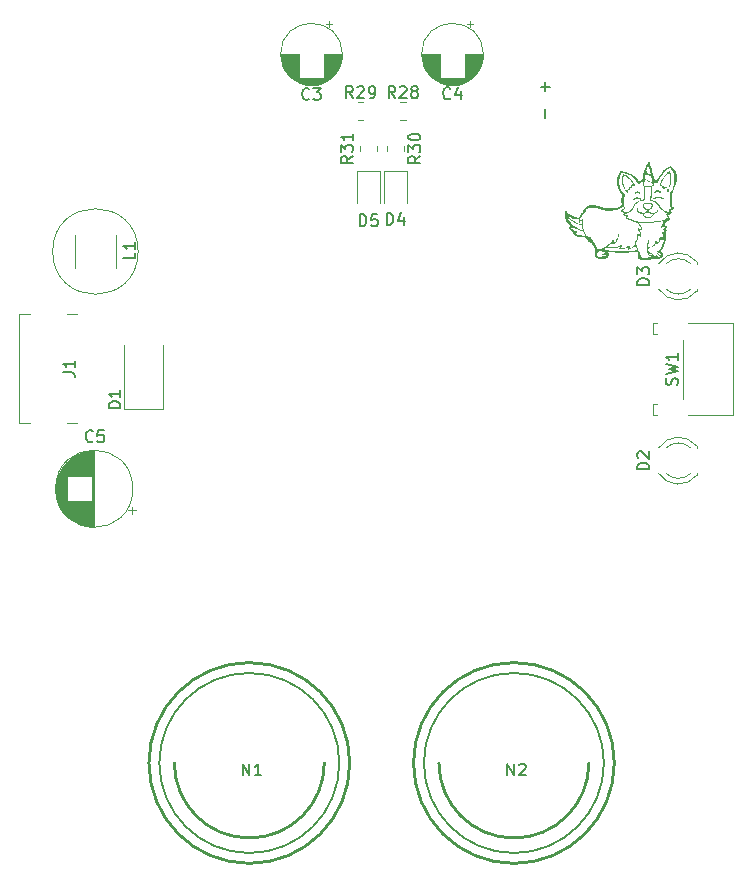
<source format=gbr>
G04 #@! TF.GenerationSoftware,KiCad,Pcbnew,6.0.8-f2edbf62ab~116~ubuntu20.04.1*
G04 #@! TF.CreationDate,2022-10-17T13:25:48+07:00*
G04 #@! TF.ProjectId,IN-8,494e2d38-2e6b-4696-9361-645f70636258,rev?*
G04 #@! TF.SameCoordinates,Original*
G04 #@! TF.FileFunction,Legend,Top*
G04 #@! TF.FilePolarity,Positive*
%FSLAX46Y46*%
G04 Gerber Fmt 4.6, Leading zero omitted, Abs format (unit mm)*
G04 Created by KiCad (PCBNEW 6.0.8-f2edbf62ab~116~ubuntu20.04.1) date 2022-10-17 13:25:48*
%MOMM*%
%LPD*%
G01*
G04 APERTURE LIST*
%ADD10C,0.150000*%
%ADD11C,0.120000*%
%ADD12C,0.127000*%
%ADD13C,0.254000*%
G04 APERTURE END LIST*
D10*
X157417642Y-23982880D02*
X157084309Y-23506690D01*
X156846214Y-23982880D02*
X156846214Y-22982880D01*
X157227166Y-22982880D01*
X157322404Y-23030500D01*
X157370023Y-23078119D01*
X157417642Y-23173357D01*
X157417642Y-23316214D01*
X157370023Y-23411452D01*
X157322404Y-23459071D01*
X157227166Y-23506690D01*
X156846214Y-23506690D01*
X157798595Y-23078119D02*
X157846214Y-23030500D01*
X157941452Y-22982880D01*
X158179547Y-22982880D01*
X158274785Y-23030500D01*
X158322404Y-23078119D01*
X158370023Y-23173357D01*
X158370023Y-23268595D01*
X158322404Y-23411452D01*
X157750976Y-23982880D01*
X158370023Y-23982880D01*
X158846214Y-23982880D02*
X159036690Y-23982880D01*
X159131928Y-23935261D01*
X159179547Y-23887642D01*
X159274785Y-23744785D01*
X159322404Y-23554309D01*
X159322404Y-23173357D01*
X159274785Y-23078119D01*
X159227166Y-23030500D01*
X159131928Y-22982880D01*
X158941452Y-22982880D01*
X158846214Y-23030500D01*
X158798595Y-23078119D01*
X158750976Y-23173357D01*
X158750976Y-23411452D01*
X158798595Y-23506690D01*
X158846214Y-23554309D01*
X158941452Y-23601928D01*
X159131928Y-23601928D01*
X159227166Y-23554309D01*
X159274785Y-23506690D01*
X159322404Y-23411452D01*
X161017642Y-23982880D02*
X160684309Y-23506690D01*
X160446214Y-23982880D02*
X160446214Y-22982880D01*
X160827166Y-22982880D01*
X160922404Y-23030500D01*
X160970023Y-23078119D01*
X161017642Y-23173357D01*
X161017642Y-23316214D01*
X160970023Y-23411452D01*
X160922404Y-23459071D01*
X160827166Y-23506690D01*
X160446214Y-23506690D01*
X161398595Y-23078119D02*
X161446214Y-23030500D01*
X161541452Y-22982880D01*
X161779547Y-22982880D01*
X161874785Y-23030500D01*
X161922404Y-23078119D01*
X161970023Y-23173357D01*
X161970023Y-23268595D01*
X161922404Y-23411452D01*
X161350976Y-23982880D01*
X161970023Y-23982880D01*
X162541452Y-23411452D02*
X162446214Y-23363833D01*
X162398595Y-23316214D01*
X162350976Y-23220976D01*
X162350976Y-23173357D01*
X162398595Y-23078119D01*
X162446214Y-23030500D01*
X162541452Y-22982880D01*
X162731928Y-22982880D01*
X162827166Y-23030500D01*
X162874785Y-23078119D01*
X162922404Y-23173357D01*
X162922404Y-23220976D01*
X162874785Y-23316214D01*
X162827166Y-23363833D01*
X162731928Y-23411452D01*
X162541452Y-23411452D01*
X162446214Y-23459071D01*
X162398595Y-23506690D01*
X162350976Y-23601928D01*
X162350976Y-23792404D01*
X162398595Y-23887642D01*
X162446214Y-23935261D01*
X162541452Y-23982880D01*
X162731928Y-23982880D01*
X162827166Y-23935261D01*
X162874785Y-23887642D01*
X162922404Y-23792404D01*
X162922404Y-23601928D01*
X162874785Y-23506690D01*
X162827166Y-23459071D01*
X162731928Y-23411452D01*
X157417630Y-28895857D02*
X156941440Y-29229190D01*
X157417630Y-29467285D02*
X156417630Y-29467285D01*
X156417630Y-29086333D01*
X156465250Y-28991095D01*
X156512869Y-28943476D01*
X156608107Y-28895857D01*
X156750964Y-28895857D01*
X156846202Y-28943476D01*
X156893821Y-28991095D01*
X156941440Y-29086333D01*
X156941440Y-29467285D01*
X156417630Y-28562523D02*
X156417630Y-27943476D01*
X156798583Y-28276809D01*
X156798583Y-28133952D01*
X156846202Y-28038714D01*
X156893821Y-27991095D01*
X156989059Y-27943476D01*
X157227154Y-27943476D01*
X157322392Y-27991095D01*
X157370011Y-28038714D01*
X157417630Y-28133952D01*
X157417630Y-28419666D01*
X157370011Y-28514904D01*
X157322392Y-28562523D01*
X157417630Y-26991095D02*
X157417630Y-27562523D01*
X157417630Y-27276809D02*
X156417630Y-27276809D01*
X156560488Y-27372047D01*
X156655726Y-27467285D01*
X156703345Y-27562523D01*
X153750583Y-24030530D02*
X153702964Y-24078149D01*
X153560107Y-24125768D01*
X153464869Y-24125768D01*
X153322011Y-24078149D01*
X153226773Y-23982911D01*
X153179154Y-23887673D01*
X153131535Y-23697197D01*
X153131535Y-23554340D01*
X153179154Y-23363864D01*
X153226773Y-23268626D01*
X153322011Y-23173388D01*
X153464869Y-23125768D01*
X153560107Y-23125768D01*
X153702964Y-23173388D01*
X153750583Y-23221007D01*
X154083916Y-23125768D02*
X154702964Y-23125768D01*
X154369630Y-23506721D01*
X154512488Y-23506721D01*
X154607726Y-23554340D01*
X154655345Y-23601959D01*
X154702964Y-23697197D01*
X154702964Y-23935292D01*
X154655345Y-24030530D01*
X154607726Y-24078149D01*
X154512488Y-24125768D01*
X154226773Y-24125768D01*
X154131535Y-24078149D01*
X154083916Y-24030530D01*
X182512880Y-55418595D02*
X181512880Y-55418595D01*
X181512880Y-55180500D01*
X181560500Y-55037642D01*
X181655738Y-54942404D01*
X181750976Y-54894785D01*
X181941452Y-54847166D01*
X182084309Y-54847166D01*
X182274785Y-54894785D01*
X182370023Y-54942404D01*
X182465261Y-55037642D01*
X182512880Y-55180500D01*
X182512880Y-55418595D01*
X181608119Y-54466214D02*
X181560500Y-54418595D01*
X181512880Y-54323357D01*
X181512880Y-54085261D01*
X181560500Y-53990023D01*
X181608119Y-53942404D01*
X181703357Y-53894785D01*
X181798595Y-53894785D01*
X181941452Y-53942404D01*
X182512880Y-54513833D01*
X182512880Y-53894785D01*
X163131630Y-28895857D02*
X162655440Y-29229190D01*
X163131630Y-29467285D02*
X162131630Y-29467285D01*
X162131630Y-29086333D01*
X162179250Y-28991095D01*
X162226869Y-28943476D01*
X162322107Y-28895857D01*
X162464964Y-28895857D01*
X162560202Y-28943476D01*
X162607821Y-28991095D01*
X162655440Y-29086333D01*
X162655440Y-29467285D01*
X162131630Y-28562523D02*
X162131630Y-27943476D01*
X162512583Y-28276809D01*
X162512583Y-28133952D01*
X162560202Y-28038714D01*
X162607821Y-27991095D01*
X162703059Y-27943476D01*
X162941154Y-27943476D01*
X163036392Y-27991095D01*
X163084011Y-28038714D01*
X163131630Y-28133952D01*
X163131630Y-28419666D01*
X163084011Y-28514904D01*
X163036392Y-28562523D01*
X162131630Y-27324428D02*
X162131630Y-27229190D01*
X162179250Y-27133952D01*
X162226869Y-27086333D01*
X162322107Y-27038714D01*
X162512583Y-26991095D01*
X162750678Y-26991095D01*
X162941154Y-27038714D01*
X163036392Y-27086333D01*
X163084011Y-27133952D01*
X163131630Y-27229190D01*
X163131630Y-27324428D01*
X163084011Y-27419666D01*
X163036392Y-27467285D01*
X162941154Y-27514904D01*
X162750678Y-27562523D01*
X162512583Y-27562523D01*
X162322107Y-27514904D01*
X162226869Y-27467285D01*
X162179250Y-27419666D01*
X162131630Y-27324428D01*
X137745630Y-50236595D02*
X136745630Y-50236595D01*
X136745630Y-49998500D01*
X136793250Y-49855642D01*
X136888488Y-49760404D01*
X136983726Y-49712785D01*
X137174202Y-49665166D01*
X137317059Y-49665166D01*
X137507535Y-49712785D01*
X137602773Y-49760404D01*
X137698011Y-49855642D01*
X137745630Y-49998500D01*
X137745630Y-50236595D01*
X137745630Y-48712785D02*
X137745630Y-49284214D01*
X137745630Y-48998500D02*
X136745630Y-48998500D01*
X136888488Y-49093738D01*
X136983726Y-49188976D01*
X137031345Y-49284214D01*
X160291154Y-34709380D02*
X160291154Y-33709380D01*
X160529250Y-33709380D01*
X160672107Y-33757000D01*
X160767345Y-33852238D01*
X160814964Y-33947476D01*
X160862583Y-34137952D01*
X160862583Y-34280809D01*
X160814964Y-34471285D01*
X160767345Y-34566523D01*
X160672107Y-34661761D01*
X160529250Y-34709380D01*
X160291154Y-34709380D01*
X161719726Y-34042714D02*
X161719726Y-34709380D01*
X161481630Y-33661761D02*
X161243535Y-34376047D01*
X161862583Y-34376047D01*
X132888630Y-47213833D02*
X133602916Y-47213833D01*
X133745773Y-47261452D01*
X133841011Y-47356690D01*
X133888630Y-47499547D01*
X133888630Y-47594785D01*
X133888630Y-46213833D02*
X133888630Y-46785261D01*
X133888630Y-46499547D02*
X132888630Y-46499547D01*
X133031488Y-46594785D01*
X133126726Y-46690023D01*
X133174345Y-46785261D01*
X165688583Y-23985642D02*
X165640964Y-24033261D01*
X165498107Y-24080880D01*
X165402869Y-24080880D01*
X165260011Y-24033261D01*
X165164773Y-23938023D01*
X165117154Y-23842785D01*
X165069535Y-23652309D01*
X165069535Y-23509452D01*
X165117154Y-23318976D01*
X165164773Y-23223738D01*
X165260011Y-23128500D01*
X165402869Y-23080880D01*
X165498107Y-23080880D01*
X165640964Y-23128500D01*
X165688583Y-23176119D01*
X166545726Y-23414214D02*
X166545726Y-24080880D01*
X166307630Y-23033261D02*
X166069535Y-23747547D01*
X166688583Y-23747547D01*
X158005154Y-34836380D02*
X158005154Y-33836380D01*
X158243250Y-33836380D01*
X158386107Y-33884000D01*
X158481345Y-33979238D01*
X158528964Y-34074476D01*
X158576583Y-34264952D01*
X158576583Y-34407809D01*
X158528964Y-34598285D01*
X158481345Y-34693523D01*
X158386107Y-34788761D01*
X158243250Y-34836380D01*
X158005154Y-34836380D01*
X159481345Y-33836380D02*
X159005154Y-33836380D01*
X158957535Y-34312571D01*
X159005154Y-34264952D01*
X159100392Y-34217333D01*
X159338488Y-34217333D01*
X159433726Y-34264952D01*
X159481345Y-34312571D01*
X159528964Y-34407809D01*
X159528964Y-34645904D01*
X159481345Y-34741142D01*
X159433726Y-34788761D01*
X159338488Y-34836380D01*
X159100392Y-34836380D01*
X159005154Y-34788761D01*
X158957535Y-34741142D01*
X135423204Y-53015642D02*
X135375585Y-53063261D01*
X135232728Y-53110880D01*
X135137490Y-53110880D01*
X134994632Y-53063261D01*
X134899394Y-52968023D01*
X134851775Y-52872785D01*
X134804156Y-52682309D01*
X134804156Y-52539452D01*
X134851775Y-52348976D01*
X134899394Y-52253738D01*
X134994632Y-52158500D01*
X135137490Y-52110880D01*
X135232728Y-52110880D01*
X135375585Y-52158500D01*
X135423204Y-52206119D01*
X136327966Y-52110880D02*
X135851775Y-52110880D01*
X135804156Y-52587071D01*
X135851775Y-52539452D01*
X135947013Y-52491833D01*
X136185109Y-52491833D01*
X136280347Y-52539452D01*
X136327966Y-52587071D01*
X136375585Y-52682309D01*
X136375585Y-52920404D01*
X136327966Y-53015642D01*
X136280347Y-53063261D01*
X136185109Y-53110880D01*
X135947013Y-53110880D01*
X135851775Y-53063261D01*
X135804156Y-53015642D01*
X170498595Y-81330144D02*
X170498595Y-80330144D01*
X171070023Y-81330144D01*
X171070023Y-80330144D01*
X171498595Y-80425383D02*
X171546214Y-80377764D01*
X171641452Y-80330144D01*
X171879547Y-80330144D01*
X171974785Y-80377764D01*
X172022404Y-80425383D01*
X172070023Y-80520621D01*
X172070023Y-80615859D01*
X172022404Y-80758716D01*
X171450976Y-81330144D01*
X172070023Y-81330144D01*
X139002630Y-37063271D02*
X139002630Y-37539462D01*
X138002630Y-37539462D01*
X139002630Y-36206128D02*
X139002630Y-36777557D01*
X139002630Y-36491843D02*
X138002630Y-36491843D01*
X138145488Y-36587081D01*
X138240726Y-36682319D01*
X138288345Y-36777557D01*
X184865261Y-48263833D02*
X184912880Y-48120976D01*
X184912880Y-47882880D01*
X184865261Y-47787642D01*
X184817642Y-47740023D01*
X184722404Y-47692404D01*
X184627166Y-47692404D01*
X184531928Y-47740023D01*
X184484309Y-47787642D01*
X184436690Y-47882880D01*
X184389071Y-48073357D01*
X184341452Y-48168595D01*
X184293833Y-48216214D01*
X184198595Y-48263833D01*
X184103357Y-48263833D01*
X184008119Y-48216214D01*
X183960500Y-48168595D01*
X183912880Y-48073357D01*
X183912880Y-47835261D01*
X183960500Y-47692404D01*
X183912880Y-47359071D02*
X184912880Y-47120976D01*
X184198595Y-46930500D01*
X184912880Y-46740023D01*
X183912880Y-46501928D01*
X184912880Y-45597166D02*
X184912880Y-46168595D01*
X184912880Y-45882880D02*
X183912880Y-45882880D01*
X184055738Y-45978119D01*
X184150976Y-46073357D01*
X184198595Y-46168595D01*
X182512880Y-39818595D02*
X181512880Y-39818595D01*
X181512880Y-39580500D01*
X181560500Y-39437642D01*
X181655738Y-39342404D01*
X181750976Y-39294785D01*
X181941452Y-39247166D01*
X182084309Y-39247166D01*
X182274785Y-39294785D01*
X182370023Y-39342404D01*
X182465261Y-39437642D01*
X182512880Y-39580500D01*
X182512880Y-39818595D01*
X181512880Y-38913833D02*
X181512880Y-38294785D01*
X181893833Y-38628119D01*
X181893833Y-38485261D01*
X181941452Y-38390023D01*
X181989071Y-38342404D01*
X182084309Y-38294785D01*
X182322404Y-38294785D01*
X182417642Y-38342404D01*
X182465261Y-38390023D01*
X182512880Y-38485261D01*
X182512880Y-38770976D01*
X182465261Y-38866214D01*
X182417642Y-38913833D01*
X173705678Y-23403452D02*
X173705678Y-22641547D01*
X174086630Y-23022500D02*
X173324726Y-23022500D01*
X148098595Y-81330144D02*
X148098595Y-80330144D01*
X148670023Y-81330144D01*
X148670023Y-80330144D01*
X149670023Y-81330144D02*
X149098595Y-81330144D01*
X149384309Y-81330144D02*
X149384309Y-80330144D01*
X149289071Y-80473002D01*
X149193833Y-80568240D01*
X149098595Y-80615859D01*
X173705678Y-25689452D02*
X173705678Y-24927547D01*
D11*
X157833436Y-25815500D02*
X158287564Y-25815500D01*
X157833436Y-24345500D02*
X158287564Y-24345500D01*
X161433436Y-25815500D02*
X161887564Y-25815500D01*
X161433436Y-24345500D02*
X161887564Y-24345500D01*
X158016250Y-28025936D02*
X158016250Y-28480064D01*
X159486250Y-28025936D02*
X159486250Y-28480064D01*
X156141250Y-21594388D02*
X154957250Y-21594388D01*
X156331250Y-21194388D02*
X154957250Y-21194388D01*
X156460250Y-20713388D02*
X154957250Y-20713388D01*
X152877250Y-22034388D02*
X152016250Y-22034388D01*
X156497250Y-20273388D02*
X154957250Y-20273388D01*
X152877250Y-20433388D02*
X151341250Y-20433388D01*
X152877250Y-20713388D02*
X151374250Y-20713388D01*
X152877250Y-20673388D02*
X151367250Y-20673388D01*
X152877250Y-20393388D02*
X151339250Y-20393388D01*
X152877250Y-22154388D02*
X152132250Y-22154388D01*
X152877250Y-21594388D02*
X151693250Y-21594388D01*
X152877250Y-21714388D02*
X151768250Y-21714388D01*
X155781250Y-22074388D02*
X154957250Y-22074388D01*
X152877250Y-20313388D02*
X151337250Y-20313388D01*
X152877250Y-21474388D02*
X151627250Y-21474388D01*
X152877250Y-22114388D02*
X152091250Y-22114388D01*
X156227250Y-21434388D02*
X154957250Y-21434388D01*
X152877250Y-21994388D02*
X151980250Y-21994388D01*
X155015250Y-22634388D02*
X152819250Y-22634388D01*
X152877250Y-20593388D02*
X151356250Y-20593388D01*
X152877250Y-20353388D02*
X151338250Y-20353388D01*
X155982250Y-21834388D02*
X154957250Y-21834388D01*
X156453250Y-20753388D02*
X154957250Y-20753388D01*
X156012250Y-21794388D02*
X154957250Y-21794388D01*
X154435250Y-22834388D02*
X153399250Y-22834388D01*
X155702250Y-22154388D02*
X154957250Y-22154388D01*
X152877250Y-21034388D02*
X151449250Y-21034388D01*
X155570250Y-22274388D02*
X154957250Y-22274388D01*
X155236250Y-22514388D02*
X152598250Y-22514388D01*
X152877250Y-21754388D02*
X151795250Y-21754388D01*
X156039250Y-21754388D02*
X154957250Y-21754388D01*
X152877250Y-21354388D02*
X151569250Y-21354388D01*
X156164250Y-21554388D02*
X154957250Y-21554388D01*
X156185250Y-21514388D02*
X154957250Y-21514388D01*
X156408250Y-20953388D02*
X154957250Y-20953388D01*
X156445250Y-20793388D02*
X154957250Y-20793388D01*
X156092250Y-21674388D02*
X154957250Y-21674388D01*
X152877250Y-22234388D02*
X152218250Y-22234388D01*
X156372250Y-21074388D02*
X154957250Y-21074388D01*
X152877250Y-21234388D02*
X151519250Y-21234388D01*
X155743250Y-22114388D02*
X154957250Y-22114388D01*
X152877250Y-21394388D02*
X151588250Y-21394388D01*
X155392250Y-17468613D02*
X155392250Y-17968613D01*
X152877250Y-20473388D02*
X151344250Y-20473388D01*
X155168250Y-22554388D02*
X152666250Y-22554388D01*
X156299250Y-21274388D02*
X154957250Y-21274388D01*
X152877250Y-21194388D02*
X151503250Y-21194388D01*
X152877250Y-21954388D02*
X151946250Y-21954388D01*
X156397250Y-20994388D02*
X154957250Y-20994388D01*
X152877250Y-21914388D02*
X151913250Y-21914388D01*
X156428250Y-20873388D02*
X154957250Y-20873388D01*
X156117250Y-21634388D02*
X154957250Y-21634388D01*
X156467250Y-20673388D02*
X154957250Y-20673388D01*
X155522250Y-22314388D02*
X152312250Y-22314388D01*
X156246250Y-21394388D02*
X154957250Y-21394388D01*
X152877250Y-20793388D02*
X151389250Y-20793388D01*
X156066250Y-21714388D02*
X154957250Y-21714388D01*
X152877250Y-21674388D02*
X151742250Y-21674388D01*
X152877250Y-21554388D02*
X151670250Y-21554388D01*
X152877250Y-20633388D02*
X151361250Y-20633388D01*
X156385250Y-21034388D02*
X154957250Y-21034388D01*
X156315250Y-21234388D02*
X154957250Y-21234388D01*
X152877250Y-22194388D02*
X152174250Y-22194388D01*
X156497250Y-20313388D02*
X154957250Y-20313388D01*
X152877250Y-21874388D02*
X151882250Y-21874388D01*
X156207250Y-21474388D02*
X154957250Y-21474388D01*
X156265250Y-21354388D02*
X154957250Y-21354388D01*
X152877250Y-21114388D02*
X151475250Y-21114388D01*
X152877250Y-21274388D02*
X151535250Y-21274388D01*
X152877250Y-21154388D02*
X151489250Y-21154388D01*
X156359250Y-21114388D02*
X154957250Y-21114388D01*
X156490250Y-20473388D02*
X154957250Y-20473388D01*
X152877250Y-22274388D02*
X152264250Y-22274388D01*
X156482250Y-20553388D02*
X154957250Y-20553388D01*
X155642250Y-17718613D02*
X155142250Y-17718613D01*
X152877250Y-21314388D02*
X151552250Y-21314388D01*
X154201250Y-22874388D02*
X153633250Y-22874388D01*
X152877250Y-20273388D02*
X151337250Y-20273388D01*
X155921250Y-21914388D02*
X154957250Y-21914388D01*
X152877250Y-21634388D02*
X151717250Y-21634388D01*
X152877250Y-20913388D02*
X151416250Y-20913388D01*
X152877250Y-20833388D02*
X151397250Y-20833388D01*
X156486250Y-20513388D02*
X154957250Y-20513388D01*
X152877250Y-21834388D02*
X151852250Y-21834388D01*
X155300250Y-22474388D02*
X152534250Y-22474388D01*
X152877250Y-21514388D02*
X151649250Y-21514388D01*
X154722250Y-22754388D02*
X153112250Y-22754388D01*
X156478250Y-20593388D02*
X154957250Y-20593388D01*
X152877250Y-20953388D02*
X151426250Y-20953388D01*
X152877250Y-20513388D02*
X151348250Y-20513388D01*
X155616250Y-22234388D02*
X154957250Y-22234388D01*
X154928250Y-22674388D02*
X152906250Y-22674388D01*
X154594250Y-22794388D02*
X153240250Y-22794388D01*
X152877250Y-22074388D02*
X152053250Y-22074388D01*
X156282250Y-21314388D02*
X154957250Y-21314388D01*
X152877250Y-20873388D02*
X151406250Y-20873388D01*
X156496250Y-20353388D02*
X154957250Y-20353388D01*
X152877250Y-21794388D02*
X151822250Y-21794388D01*
X155095250Y-22594388D02*
X152739250Y-22594388D01*
X156495250Y-20393388D02*
X154957250Y-20393388D01*
X155660250Y-22194388D02*
X154957250Y-22194388D01*
X154832250Y-22714388D02*
X153002250Y-22714388D01*
X155360250Y-22434388D02*
X152474250Y-22434388D01*
X152877250Y-21434388D02*
X151607250Y-21434388D01*
X152877250Y-21074388D02*
X151462250Y-21074388D01*
X155888250Y-21954388D02*
X154957250Y-21954388D01*
X156437250Y-20833388D02*
X154957250Y-20833388D01*
X156493250Y-20433388D02*
X154957250Y-20433388D01*
X155854250Y-21994388D02*
X154957250Y-21994388D01*
X156418250Y-20913388D02*
X154957250Y-20913388D01*
X156473250Y-20633388D02*
X154957250Y-20633388D01*
X155471250Y-22354388D02*
X152363250Y-22354388D01*
X155417250Y-22394388D02*
X152417250Y-22394388D01*
X155818250Y-22034388D02*
X154957250Y-22034388D01*
X155952250Y-21874388D02*
X154957250Y-21874388D01*
X156345250Y-21154388D02*
X154957250Y-21154388D01*
X152877250Y-20553388D02*
X151352250Y-20553388D01*
X152877250Y-20994388D02*
X151437250Y-20994388D01*
X152877250Y-20753388D02*
X151381250Y-20753388D01*
X156537250Y-20273388D02*
G75*
G03*
X156537250Y-20273388I-2620000J0D01*
G01*
X186550500Y-55916500D02*
X186550500Y-55760500D01*
X186550500Y-53600500D02*
X186550500Y-53444500D01*
X186550500Y-53444984D02*
G75*
G03*
X183318165Y-53601892I-1560000J-1235516D01*
G01*
X183318165Y-55759108D02*
G75*
G03*
X186550500Y-55916016I1672335J1078608D01*
G01*
X186031461Y-53600500D02*
G75*
G03*
X183949370Y-53600663I-1040961J-1080000D01*
G01*
X183949370Y-55760337D02*
G75*
G03*
X186031461Y-55760500I1041130J1079837D01*
G01*
X161764250Y-28025936D02*
X161764250Y-28480064D01*
X160294250Y-28025936D02*
X160294250Y-28480064D01*
X141343250Y-50298500D02*
X141343250Y-44898500D01*
X138043250Y-50298500D02*
X138043250Y-44898500D01*
X138043250Y-50298500D02*
X141343250Y-50298500D01*
X161989250Y-30159000D02*
X160069250Y-30159000D01*
X160069250Y-30159000D02*
X160069250Y-32844000D01*
X161989250Y-32844000D02*
X161989250Y-30159000D01*
X134051250Y-51460500D02*
X133196250Y-51460500D01*
X130076250Y-51460500D02*
X129126250Y-51460500D01*
X130076250Y-42300500D02*
X129126250Y-42300500D01*
X129126250Y-42300500D02*
X129126250Y-51460500D01*
X134051250Y-42300500D02*
X133196250Y-42300500D01*
X167508250Y-22274388D02*
X166895250Y-22274388D01*
X168004250Y-21714388D02*
X166895250Y-21714388D01*
X167859250Y-21914388D02*
X166895250Y-21914388D01*
X164815250Y-21754388D02*
X163733250Y-21754388D01*
X164815250Y-21994388D02*
X163918250Y-21994388D01*
X167409250Y-22354388D02*
X164301250Y-22354388D01*
X166139250Y-22874388D02*
X165571250Y-22874388D01*
X167598250Y-22194388D02*
X166895250Y-22194388D01*
X168079250Y-21594388D02*
X166895250Y-21594388D01*
X166770250Y-22714388D02*
X164940250Y-22714388D01*
X168356250Y-20913388D02*
X166895250Y-20913388D01*
X167640250Y-22154388D02*
X166895250Y-22154388D01*
X164815250Y-22274388D02*
X164202250Y-22274388D01*
X168165250Y-21434388D02*
X166895250Y-21434388D01*
X168366250Y-20873388D02*
X166895250Y-20873388D01*
X167977250Y-21754388D02*
X166895250Y-21754388D01*
X164815250Y-22234388D02*
X164156250Y-22234388D01*
X168398250Y-20713388D02*
X166895250Y-20713388D01*
X164815250Y-21154388D02*
X163427250Y-21154388D01*
X164815250Y-20393388D02*
X163277250Y-20393388D01*
X164815250Y-20913388D02*
X163354250Y-20913388D01*
X164815250Y-21634388D02*
X163655250Y-21634388D01*
X164815250Y-21074388D02*
X163400250Y-21074388D01*
X164815250Y-22114388D02*
X164029250Y-22114388D01*
X166866250Y-22674388D02*
X164844250Y-22674388D01*
X164815250Y-20553388D02*
X163290250Y-20553388D01*
X168123250Y-21514388D02*
X166895250Y-21514388D01*
X164815250Y-20273388D02*
X163275250Y-20273388D01*
X168269250Y-21194388D02*
X166895250Y-21194388D01*
X164815250Y-20713388D02*
X163312250Y-20713388D01*
X164815250Y-20873388D02*
X163344250Y-20873388D01*
X164815250Y-21954388D02*
X163884250Y-21954388D01*
X168253250Y-21234388D02*
X166895250Y-21234388D01*
X164815250Y-21914388D02*
X163851250Y-21914388D01*
X168237250Y-21274388D02*
X166895250Y-21274388D01*
X164815250Y-21274388D02*
X163473250Y-21274388D01*
X164815250Y-21114388D02*
X163413250Y-21114388D01*
X167580250Y-17718613D02*
X167080250Y-17718613D01*
X168416250Y-20593388D02*
X166895250Y-20593388D01*
X167554250Y-22234388D02*
X166895250Y-22234388D01*
X164815250Y-21834388D02*
X163790250Y-21834388D01*
X164815250Y-20833388D02*
X163335250Y-20833388D01*
X168391250Y-20753388D02*
X166895250Y-20753388D01*
X164815250Y-20473388D02*
X163282250Y-20473388D01*
X164815250Y-21594388D02*
X163631250Y-21594388D01*
X164815250Y-22074388D02*
X163991250Y-22074388D01*
X167174250Y-22514388D02*
X164536250Y-22514388D01*
X167460250Y-22314388D02*
X164250250Y-22314388D01*
X167792250Y-21994388D02*
X166895250Y-21994388D01*
X164815250Y-21554388D02*
X163608250Y-21554388D01*
X168435250Y-20273388D02*
X166895250Y-20273388D01*
X168346250Y-20953388D02*
X166895250Y-20953388D01*
X164815250Y-20353388D02*
X163276250Y-20353388D01*
X164815250Y-20753388D02*
X163319250Y-20753388D01*
X167950250Y-21794388D02*
X166895250Y-21794388D01*
X164815250Y-22154388D02*
X164070250Y-22154388D01*
X168203250Y-21354388D02*
X166895250Y-21354388D01*
X164815250Y-22034388D02*
X163954250Y-22034388D01*
X166660250Y-22754388D02*
X165050250Y-22754388D01*
X164815250Y-21514388D02*
X163587250Y-21514388D01*
X164815250Y-20793388D02*
X163327250Y-20793388D01*
X167106250Y-22554388D02*
X164604250Y-22554388D01*
X167826250Y-21954388D02*
X166895250Y-21954388D01*
X168405250Y-20673388D02*
X166895250Y-20673388D01*
X168102250Y-21554388D02*
X166895250Y-21554388D01*
X168184250Y-21394388D02*
X166895250Y-21394388D01*
X168424250Y-20513388D02*
X166895250Y-20513388D01*
X167298250Y-22434388D02*
X164412250Y-22434388D01*
X167890250Y-21874388D02*
X166895250Y-21874388D01*
X168220250Y-21314388D02*
X166895250Y-21314388D01*
X164815250Y-21874388D02*
X163820250Y-21874388D01*
X164815250Y-20313388D02*
X163275250Y-20313388D01*
X168428250Y-20473388D02*
X166895250Y-20473388D01*
X164815250Y-20994388D02*
X163375250Y-20994388D01*
X168145250Y-21474388D02*
X166895250Y-21474388D01*
X164815250Y-22194388D02*
X164112250Y-22194388D01*
X168375250Y-20833388D02*
X166895250Y-20833388D01*
X168297250Y-21114388D02*
X166895250Y-21114388D01*
X168431250Y-20433388D02*
X166895250Y-20433388D01*
X164815250Y-20433388D02*
X163279250Y-20433388D01*
X164815250Y-20953388D02*
X163364250Y-20953388D01*
X166953250Y-22634388D02*
X164757250Y-22634388D01*
X168055250Y-21634388D02*
X166895250Y-21634388D01*
X168411250Y-20633388D02*
X166895250Y-20633388D01*
X164815250Y-21034388D02*
X163387250Y-21034388D01*
X168435250Y-20313388D02*
X166895250Y-20313388D01*
X168310250Y-21074388D02*
X166895250Y-21074388D01*
X167355250Y-22394388D02*
X164355250Y-22394388D01*
X167238250Y-22474388D02*
X164472250Y-22474388D01*
X164815250Y-21674388D02*
X163680250Y-21674388D01*
X166532250Y-22794388D02*
X165178250Y-22794388D01*
X164815250Y-21714388D02*
X163706250Y-21714388D01*
X167920250Y-21834388D02*
X166895250Y-21834388D01*
X164815250Y-21394388D02*
X163526250Y-21394388D01*
X164815250Y-21314388D02*
X163490250Y-21314388D01*
X164815250Y-21354388D02*
X163507250Y-21354388D01*
X167756250Y-22034388D02*
X166895250Y-22034388D01*
X166373250Y-22834388D02*
X165337250Y-22834388D01*
X164815250Y-20633388D02*
X163299250Y-20633388D01*
X164815250Y-20513388D02*
X163286250Y-20513388D01*
X168283250Y-21154388D02*
X166895250Y-21154388D01*
X168030250Y-21674388D02*
X166895250Y-21674388D01*
X164815250Y-20673388D02*
X163305250Y-20673388D01*
X168335250Y-20994388D02*
X166895250Y-20994388D01*
X167681250Y-22114388D02*
X166895250Y-22114388D01*
X168383250Y-20793388D02*
X166895250Y-20793388D01*
X167033250Y-22594388D02*
X164677250Y-22594388D01*
X164815250Y-21434388D02*
X163545250Y-21434388D01*
X168434250Y-20353388D02*
X166895250Y-20353388D01*
X167330250Y-17468613D02*
X167330250Y-17968613D01*
X167719250Y-22074388D02*
X166895250Y-22074388D01*
X164815250Y-21194388D02*
X163441250Y-21194388D01*
X164815250Y-20593388D02*
X163294250Y-20593388D01*
X168323250Y-21034388D02*
X166895250Y-21034388D01*
X164815250Y-21474388D02*
X163565250Y-21474388D01*
X168433250Y-20393388D02*
X166895250Y-20393388D01*
X164815250Y-21794388D02*
X163760250Y-21794388D01*
X164815250Y-21234388D02*
X163457250Y-21234388D01*
X168420250Y-20553388D02*
X166895250Y-20553388D01*
X168475250Y-20273388D02*
G75*
G03*
X168475250Y-20273388I-2620000J0D01*
G01*
X159703250Y-32844000D02*
X159703250Y-30159000D01*
X159703250Y-30159000D02*
X157783250Y-30159000D01*
X157783250Y-30159000D02*
X157783250Y-32844000D01*
X135042250Y-60253500D02*
X135042250Y-58098500D01*
X133041250Y-59150500D02*
X133041250Y-54966500D01*
X135522250Y-60288500D02*
X135522250Y-53828500D01*
X134161250Y-56018500D02*
X134161250Y-54124500D01*
X133441250Y-56018500D02*
X133441250Y-54574500D01*
X134241250Y-60028500D02*
X134241250Y-58098500D01*
X134842250Y-60217500D02*
X134842250Y-58098500D01*
X134801250Y-60208500D02*
X134801250Y-58098500D01*
X134321250Y-56018500D02*
X134321250Y-54056500D01*
X134081250Y-56018500D02*
X134081250Y-54162500D01*
X134441250Y-60105500D02*
X134441250Y-58098500D01*
X134361250Y-60076500D02*
X134361250Y-58098500D01*
X134401250Y-60091500D02*
X134401250Y-58098500D01*
X133001250Y-59102500D02*
X133001250Y-55014500D01*
X132641250Y-58567500D02*
X132641250Y-55549500D01*
X133921250Y-59870500D02*
X133921250Y-58098500D01*
X138707491Y-59212500D02*
X138707491Y-58582500D01*
X135162250Y-60269500D02*
X135162250Y-58098500D01*
X134561250Y-60144500D02*
X134561250Y-58098500D01*
X135002250Y-56018500D02*
X135002250Y-53869500D01*
X134481250Y-56018500D02*
X134481250Y-53997500D01*
X132561250Y-58408500D02*
X132561250Y-55708500D01*
X135082250Y-60259500D02*
X135082250Y-58098500D01*
X133641250Y-56018500D02*
X133641250Y-54422500D01*
X133881250Y-56018500D02*
X133881250Y-54268500D01*
X134681250Y-56018500D02*
X134681250Y-53937500D01*
X134561250Y-56018500D02*
X134561250Y-53972500D01*
X134121250Y-56018500D02*
X134121250Y-54142500D01*
X133921250Y-56018500D02*
X133921250Y-54246500D01*
X133721250Y-56018500D02*
X133721250Y-54368500D01*
X133961250Y-56018500D02*
X133961250Y-54224500D01*
X134401250Y-56018500D02*
X134401250Y-54025500D01*
X135122250Y-60264500D02*
X135122250Y-58098500D01*
X135442250Y-60288500D02*
X135442250Y-53828500D01*
X133241250Y-59363500D02*
X133241250Y-58098500D01*
X134721250Y-60189500D02*
X134721250Y-58098500D01*
X134882250Y-60225500D02*
X134882250Y-58098500D01*
X134481250Y-60119500D02*
X134481250Y-58098500D01*
X134081250Y-59954500D02*
X134081250Y-58098500D01*
X133521250Y-59606500D02*
X133521250Y-58098500D01*
X135282250Y-56018500D02*
X135282250Y-53836500D01*
X133081250Y-59195500D02*
X133081250Y-54921500D01*
X135322250Y-60282500D02*
X135322250Y-53834500D01*
X133161250Y-59282500D02*
X133161250Y-54834500D01*
X133361250Y-56018500D02*
X133361250Y-54642500D01*
X132921250Y-59002500D02*
X132921250Y-55114500D01*
X134882250Y-56018500D02*
X134882250Y-53891500D01*
X134922250Y-56018500D02*
X134922250Y-53883500D01*
X134121250Y-59974500D02*
X134121250Y-58098500D01*
X134801250Y-56018500D02*
X134801250Y-53908500D01*
X134761250Y-56018500D02*
X134761250Y-53917500D01*
X133841250Y-56018500D02*
X133841250Y-54292500D01*
X134721250Y-56018500D02*
X134721250Y-53927500D01*
X135402250Y-60286500D02*
X135402250Y-53830500D01*
X134321250Y-60060500D02*
X134321250Y-58098500D01*
X132321250Y-57691500D02*
X132321250Y-56425500D01*
X132481250Y-58223500D02*
X132481250Y-55893500D01*
X133801250Y-59800500D02*
X133801250Y-58098500D01*
X133481250Y-56018500D02*
X133481250Y-54542500D01*
X133841250Y-59824500D02*
X133841250Y-58098500D01*
X132521250Y-58320500D02*
X132521250Y-55796500D01*
X134641250Y-60168500D02*
X134641250Y-58098500D01*
X134161250Y-59992500D02*
X134161250Y-58098500D01*
X134241250Y-56018500D02*
X134241250Y-54088500D01*
X134601250Y-56018500D02*
X134601250Y-53960500D01*
X135362250Y-60285500D02*
X135362250Y-53831500D01*
X134001250Y-56018500D02*
X134001250Y-54202500D01*
X134842250Y-56018500D02*
X134842250Y-53899500D01*
X132401250Y-57998500D02*
X132401250Y-56118500D01*
X133361250Y-59474500D02*
X133361250Y-58098500D01*
X132721250Y-58708500D02*
X132721250Y-55408500D01*
X132801250Y-58834500D02*
X132801250Y-55282500D01*
X133961250Y-59892500D02*
X133961250Y-58098500D01*
X133281250Y-56018500D02*
X133281250Y-54715500D01*
X135042250Y-56018500D02*
X135042250Y-53863500D01*
X133761250Y-59774500D02*
X133761250Y-58098500D01*
X133721250Y-59748500D02*
X133721250Y-58098500D01*
X133561250Y-56018500D02*
X133561250Y-54480500D01*
X134681250Y-60179500D02*
X134681250Y-58098500D01*
X132961250Y-59053500D02*
X132961250Y-55063500D01*
X134641250Y-56018500D02*
X134641250Y-53948500D01*
X135162250Y-56018500D02*
X135162250Y-53847500D01*
X133801250Y-56018500D02*
X133801250Y-54316500D01*
X133881250Y-59848500D02*
X133881250Y-58098500D01*
X135122250Y-56018500D02*
X135122250Y-53852500D01*
X134962250Y-60240500D02*
X134962250Y-58098500D01*
X133761250Y-56018500D02*
X133761250Y-54342500D01*
X135082250Y-56018500D02*
X135082250Y-53857500D01*
X134441250Y-56018500D02*
X134441250Y-54011500D01*
X135002250Y-60247500D02*
X135002250Y-58098500D01*
X133121250Y-59240500D02*
X133121250Y-54876500D01*
X132441250Y-58117500D02*
X132441250Y-55999500D01*
X135242250Y-60276500D02*
X135242250Y-58098500D01*
X133321250Y-56018500D02*
X133321250Y-54678500D01*
X133321250Y-59438500D02*
X133321250Y-58098500D01*
X133201250Y-59323500D02*
X133201250Y-54793500D01*
X134041250Y-56018500D02*
X134041250Y-54182500D01*
X133521250Y-56018500D02*
X133521250Y-54510500D01*
X135282250Y-60280500D02*
X135282250Y-58098500D01*
X132841250Y-58892500D02*
X132841250Y-55224500D01*
X134201250Y-56018500D02*
X134201250Y-54106500D01*
X134281250Y-56018500D02*
X134281250Y-54072500D01*
X133241250Y-56018500D02*
X133241250Y-54753500D01*
X133601250Y-59665500D02*
X133601250Y-58098500D01*
X133481250Y-59574500D02*
X133481250Y-58098500D01*
X135202250Y-56018500D02*
X135202250Y-53843500D01*
X133681250Y-59722500D02*
X133681250Y-58098500D01*
X133401250Y-59508500D02*
X133401250Y-58098500D01*
X132681250Y-58639500D02*
X132681250Y-55477500D01*
X133641250Y-59694500D02*
X133641250Y-58098500D01*
X134521250Y-56018500D02*
X134521250Y-53984500D01*
X134281250Y-60044500D02*
X134281250Y-58098500D01*
X132761250Y-58772500D02*
X132761250Y-55344500D01*
X132881250Y-58948500D02*
X132881250Y-55168500D01*
X134601250Y-60156500D02*
X134601250Y-58098500D01*
X134761250Y-60199500D02*
X134761250Y-58098500D01*
X134041250Y-59934500D02*
X134041250Y-58098500D01*
X134361250Y-56018500D02*
X134361250Y-54040500D01*
X134922250Y-60233500D02*
X134922250Y-58098500D01*
X132361250Y-57860500D02*
X132361250Y-56256500D01*
X133441250Y-59542500D02*
X133441250Y-58098500D01*
X134521250Y-60132500D02*
X134521250Y-58098500D01*
X133561250Y-59636500D02*
X133561250Y-58098500D01*
X132281250Y-57460500D02*
X132281250Y-56656500D01*
X135202250Y-60273500D02*
X135202250Y-58098500D01*
X134962250Y-56018500D02*
X134962250Y-53876500D01*
X132601250Y-58490500D02*
X132601250Y-55626500D01*
X133281250Y-59401500D02*
X133281250Y-58098500D01*
X135242250Y-56018500D02*
X135242250Y-53840500D01*
X135482250Y-60288500D02*
X135482250Y-53828500D01*
X139022491Y-58897500D02*
X138392491Y-58897500D01*
X134201250Y-60010500D02*
X134201250Y-58098500D01*
X134001250Y-59914500D02*
X134001250Y-58098500D01*
X133601250Y-56018500D02*
X133601250Y-54451500D01*
X133681250Y-56018500D02*
X133681250Y-54394500D01*
X133401250Y-56018500D02*
X133401250Y-54608500D01*
X138792250Y-57058500D02*
G75*
G03*
X138792250Y-57058500I-3270000J0D01*
G01*
D12*
X164710500Y-80277764D02*
G75*
G03*
X177410500Y-80277764I6350000J0D01*
G01*
D13*
X164710500Y-80277764D02*
G75*
G03*
X177410500Y-80277764I6350000J0D01*
G01*
X179560500Y-80277764D02*
G75*
G03*
X179560500Y-80277764I-8500000J0D01*
G01*
D12*
X178680500Y-80277764D02*
G75*
G03*
X178680500Y-80277764I-7620000J0D01*
G01*
D11*
X139249250Y-36968500D02*
G75*
G03*
X139249250Y-36968500I-3620000J0D01*
G01*
X189630500Y-50800500D02*
X189630500Y-43060500D01*
X183140500Y-50800500D02*
X182840500Y-50800500D01*
X182840500Y-43950500D02*
X183190500Y-43950500D01*
X183140500Y-43060500D02*
X182840500Y-43060500D01*
X182840500Y-50800500D02*
X182840500Y-49910500D01*
X185390500Y-44440500D02*
X185390500Y-49420500D01*
X189630500Y-43060500D02*
X185780500Y-43060500D01*
X182840500Y-43950500D02*
X182840500Y-43060500D01*
X182840500Y-49910500D02*
X183190500Y-49910500D01*
X185780500Y-50800500D02*
X189630500Y-50800500D01*
X186550500Y-40316500D02*
X186550500Y-40160500D01*
X186550500Y-38000500D02*
X186550500Y-37844500D01*
X183318165Y-40159108D02*
G75*
G03*
X186550500Y-40316016I1672335J1078608D01*
G01*
X183949370Y-40160337D02*
G75*
G03*
X186031461Y-40160500I1041130J1079837D01*
G01*
X186550500Y-37844984D02*
G75*
G03*
X183318165Y-38001892I-1560000J-1235516D01*
G01*
X186031461Y-38000500D02*
G75*
G03*
X183949370Y-38000663I-1040961J-1080000D01*
G01*
X137339250Y-35582248D02*
X137339250Y-38354752D01*
X133919250Y-35582248D02*
X133919250Y-38354752D01*
D12*
X142310500Y-80277764D02*
G75*
G03*
X155010500Y-80277764I6350000J0D01*
G01*
D13*
X142310500Y-80277764D02*
G75*
G03*
X155010500Y-80277764I6350000J0D01*
G01*
X157160500Y-80277764D02*
G75*
G03*
X157160500Y-80277764I-8500000J0D01*
G01*
D12*
X156280500Y-80277764D02*
G75*
G03*
X156280500Y-80277764I-7620000J0D01*
G01*
G36*
X180224520Y-30768932D02*
G01*
X180236480Y-30683059D01*
X180252429Y-30603094D01*
X180271614Y-30533368D01*
X180293281Y-30478210D01*
X180316677Y-30441951D01*
X180321238Y-30437571D01*
X180344473Y-30420137D01*
X180359772Y-30413398D01*
X180360925Y-30413643D01*
X180460390Y-30462138D01*
X180540093Y-30502490D01*
X180602405Y-30536004D01*
X180649697Y-30563986D01*
X180684339Y-30587740D01*
X180699511Y-30600044D01*
X180731850Y-30627427D01*
X180776590Y-30664131D01*
X180827095Y-30704754D01*
X180863976Y-30733925D01*
X180935446Y-30792444D01*
X180996844Y-30849013D01*
X181051568Y-30907847D01*
X181103015Y-30973163D01*
X181154584Y-31049177D01*
X181209673Y-31140105D01*
X181253447Y-31217219D01*
X181288746Y-31280656D01*
X181313864Y-31326428D01*
X181330251Y-31357934D01*
X181339353Y-31378578D01*
X181342620Y-31391761D01*
X181341498Y-31400884D01*
X181337437Y-31409350D01*
X181336201Y-31411634D01*
X181314300Y-31435827D01*
X181283095Y-31441510D01*
X181240722Y-31428524D01*
X181188864Y-31399036D01*
X181150446Y-31375131D01*
X181118937Y-31357574D01*
X181100404Y-31349710D01*
X181099166Y-31349573D01*
X181080091Y-31361127D01*
X181067379Y-31395529D01*
X181061142Y-31452388D01*
X181060477Y-31485055D01*
X181059507Y-31532967D01*
X181055493Y-31563701D01*
X181046778Y-31584102D01*
X181032629Y-31600152D01*
X181001191Y-31621694D01*
X180968355Y-31623992D01*
X180934654Y-31612327D01*
X180907698Y-31603976D01*
X180895293Y-31611771D01*
X180896235Y-31637640D01*
X180902896Y-31663276D01*
X180911085Y-31697983D01*
X180908949Y-31721719D01*
X180898531Y-31741563D01*
X180882082Y-31759938D01*
X180858877Y-31768573D01*
X180821029Y-31770700D01*
X180782949Y-31773777D01*
X180755856Y-31781699D01*
X180749753Y-31786202D01*
X180742448Y-31805803D01*
X180736364Y-31841222D01*
X180733240Y-31878046D01*
X180729417Y-31923459D01*
X180722077Y-31951138D01*
X180709330Y-31967360D01*
X180705527Y-31970070D01*
X180682948Y-31979562D01*
X180659119Y-31973452D01*
X180651382Y-31969469D01*
X180624289Y-31948811D01*
X180587820Y-31912821D01*
X180545904Y-31866220D01*
X180502466Y-31813728D01*
X180461435Y-31760068D01*
X180426738Y-31709960D01*
X180404880Y-31673156D01*
X180361516Y-31578644D01*
X180320459Y-31466534D01*
X180283532Y-31343285D01*
X180252559Y-31215359D01*
X180229364Y-31089217D01*
X180220115Y-31018687D01*
X180215584Y-30941076D01*
X180216844Y-30879028D01*
X180306703Y-30879028D01*
X180313908Y-31004418D01*
X180333086Y-31136466D01*
X180362931Y-31270574D01*
X180402137Y-31402144D01*
X180449400Y-31526576D01*
X180503414Y-31639273D01*
X180562873Y-31735635D01*
X180602603Y-31785957D01*
X180628789Y-31809971D01*
X180647312Y-31811745D01*
X180660826Y-31790779D01*
X180665912Y-31774053D01*
X180687741Y-31735761D01*
X180717493Y-31712173D01*
X180755419Y-31681680D01*
X180786467Y-31642187D01*
X180804972Y-31601799D01*
X180807756Y-31583058D01*
X180819011Y-31550441D01*
X180851944Y-31526483D01*
X180905499Y-31511945D01*
X180906388Y-31511813D01*
X180933833Y-31507406D01*
X180951712Y-31500830D01*
X180963018Y-31487309D01*
X180970746Y-31462071D01*
X180977888Y-31420342D01*
X180982344Y-31390677D01*
X180999350Y-31328104D01*
X181027831Y-31284338D01*
X181066213Y-31260688D01*
X181112925Y-31258464D01*
X181134409Y-31264151D01*
X181161206Y-31272183D01*
X181175850Y-31274090D01*
X181176349Y-31273809D01*
X181172096Y-31262394D01*
X181156454Y-31235592D01*
X181132177Y-31197483D01*
X181102020Y-31152148D01*
X181068738Y-31103668D01*
X181035086Y-31056124D01*
X181003820Y-31013597D01*
X180980080Y-30983086D01*
X180932397Y-30929022D01*
X180873549Y-30869526D01*
X180807200Y-30807641D01*
X180737013Y-30746408D01*
X180666652Y-30688869D01*
X180599781Y-30638065D01*
X180540065Y-30597037D01*
X180491166Y-30568828D01*
X180470276Y-30559900D01*
X180426472Y-30549942D01*
X180391586Y-30554843D01*
X180364230Y-30576407D01*
X180343020Y-30616439D01*
X180326570Y-30676742D01*
X180313494Y-30759120D01*
X180312775Y-30764896D01*
X180306703Y-30879028D01*
X180216844Y-30879028D01*
X180217304Y-30856381D01*
X180224520Y-30768932D01*
G37*
G36*
X183464768Y-31195771D02*
G01*
X183477221Y-31154493D01*
X183543365Y-30968884D01*
X183630978Y-30792562D01*
X183740826Y-30624096D01*
X183803464Y-30543415D01*
X183826327Y-30517227D01*
X183860670Y-30480090D01*
X183903672Y-30434847D01*
X183952515Y-30384342D01*
X184004379Y-30331417D01*
X184056445Y-30278916D01*
X184105893Y-30229683D01*
X184149904Y-30186561D01*
X184185660Y-30152394D01*
X184210340Y-30130024D01*
X184221027Y-30122287D01*
X184249309Y-30133970D01*
X184275974Y-30167676D01*
X184300592Y-30221396D01*
X184322732Y-30293118D01*
X184341963Y-30380832D01*
X184357854Y-30482525D01*
X184369974Y-30596188D01*
X184377892Y-30719810D01*
X184381178Y-30851379D01*
X184381244Y-30870133D01*
X184371919Y-31044306D01*
X184343815Y-31232096D01*
X184297178Y-31432389D01*
X184232255Y-31644069D01*
X184174651Y-31802071D01*
X184150763Y-31861138D01*
X184131876Y-31900992D01*
X184115848Y-31925399D01*
X184100538Y-31938126D01*
X184096224Y-31940059D01*
X184073713Y-31948425D01*
X184061476Y-31949009D01*
X184046874Y-31941379D01*
X184041458Y-31938187D01*
X184029523Y-31925942D01*
X184022983Y-31902964D01*
X184020534Y-31863570D01*
X184020401Y-31846289D01*
X184018358Y-31791497D01*
X184012872Y-31733241D01*
X184004904Y-31677765D01*
X183995419Y-31631311D01*
X183985380Y-31600122D01*
X183981351Y-31593225D01*
X183961194Y-31582012D01*
X183935949Y-31578185D01*
X183917807Y-31580596D01*
X183899643Y-31589978D01*
X183877752Y-31609553D01*
X183848431Y-31642544D01*
X183814961Y-31683467D01*
X183791774Y-31695944D01*
X183759402Y-31696852D01*
X183732922Y-31687529D01*
X183723080Y-31673619D01*
X183721225Y-31645994D01*
X183724194Y-31616413D01*
X183727096Y-31573327D01*
X183719708Y-31551113D01*
X183699423Y-31547994D01*
X183663635Y-31562195D01*
X183652849Y-31567771D01*
X183620529Y-31583882D01*
X183601434Y-31588796D01*
X183587967Y-31583377D01*
X183579954Y-31576053D01*
X183567420Y-31557802D01*
X183568207Y-31535005D01*
X183573670Y-31517267D01*
X183586136Y-31463792D01*
X183581169Y-31425545D01*
X183569435Y-31409934D01*
X183554113Y-31403142D01*
X183535128Y-31410521D01*
X183514367Y-31426509D01*
X183474316Y-31452127D01*
X183440570Y-31455362D01*
X183413634Y-31438955D01*
X183398058Y-31414780D01*
X183397389Y-31384472D01*
X183411810Y-31342444D01*
X183417164Y-31330776D01*
X183429925Y-31299321D01*
X183431978Y-31293489D01*
X183518726Y-31293489D01*
X183519072Y-31294573D01*
X183536950Y-31309249D01*
X183566516Y-31313476D01*
X183610907Y-31320969D01*
X183640004Y-31345409D01*
X183656488Y-31385669D01*
X183664194Y-31410770D01*
X183675670Y-31423177D01*
X183698336Y-31427358D01*
X183726433Y-31427782D01*
X183761921Y-31428839D01*
X183779703Y-31434104D01*
X183786110Y-31446719D01*
X183787078Y-31457863D01*
X183789556Y-31498754D01*
X183793650Y-31521786D01*
X183801105Y-31533162D01*
X183809484Y-31537601D01*
X183830283Y-31535393D01*
X183857022Y-31520869D01*
X183859235Y-31519175D01*
X183903137Y-31498374D01*
X183938346Y-31493959D01*
X183979223Y-31500403D01*
X184012006Y-31521591D01*
X184039141Y-31560308D01*
X184063073Y-31619339D01*
X184071066Y-31645041D01*
X184098333Y-31737723D01*
X184124856Y-31679010D01*
X184139501Y-31642236D01*
X184157685Y-31590251D01*
X184176683Y-31531082D01*
X184188285Y-31492196D01*
X184218081Y-31385166D01*
X184240655Y-31294127D01*
X184257110Y-31212491D01*
X184268545Y-31133668D01*
X184276062Y-31051071D01*
X184280762Y-30958110D01*
X184281583Y-30933815D01*
X184283594Y-30827777D01*
X184282086Y-30736698D01*
X184276720Y-30651686D01*
X184267535Y-30566833D01*
X184255687Y-30485485D01*
X184242078Y-30412322D01*
X184227580Y-30350774D01*
X184213064Y-30304271D01*
X184199402Y-30276243D01*
X184191994Y-30269726D01*
X184175558Y-30275529D01*
X184146733Y-30297291D01*
X184108165Y-30332180D01*
X184062499Y-30377366D01*
X184012382Y-30430017D01*
X183960460Y-30487302D01*
X183909377Y-30546391D01*
X183861781Y-30604451D01*
X183820316Y-30658652D01*
X183795664Y-30693817D01*
X183761243Y-30748918D01*
X183724086Y-30814291D01*
X183685778Y-30886491D01*
X183647908Y-30962069D01*
X183612061Y-31037581D01*
X183579825Y-31109578D01*
X183552787Y-31174614D01*
X183532533Y-31229243D01*
X183520650Y-31270017D01*
X183518726Y-31293489D01*
X183431978Y-31293489D01*
X183446615Y-31251906D01*
X183464768Y-31195771D01*
G37*
G36*
X177896070Y-37210611D02*
G01*
X177916462Y-37163303D01*
X177944284Y-37081384D01*
X177955512Y-36986572D01*
X177950522Y-36883035D01*
X177929692Y-36774940D01*
X177893399Y-36666455D01*
X177865964Y-36606090D01*
X177829730Y-36537518D01*
X177792995Y-36476843D01*
X177751713Y-36418461D01*
X177701834Y-36356770D01*
X177639311Y-36286166D01*
X177618383Y-36263383D01*
X177497316Y-36132377D01*
X177438709Y-36136425D01*
X177380101Y-36140472D01*
X177371880Y-36094312D01*
X177362439Y-36057142D01*
X177346293Y-36022181D01*
X177320565Y-35985531D01*
X177282378Y-35943294D01*
X177228857Y-35891572D01*
X177208337Y-35872668D01*
X177097935Y-35771765D01*
X176910400Y-35771588D01*
X176835063Y-35771109D01*
X176776424Y-35769263D01*
X176727121Y-35765189D01*
X176679794Y-35758027D01*
X176627080Y-35746918D01*
X176561619Y-35731001D01*
X176560430Y-35730703D01*
X176495905Y-35713713D01*
X176435077Y-35696228D01*
X176384175Y-35680135D01*
X176349426Y-35667321D01*
X176345605Y-35665620D01*
X176318362Y-35648918D01*
X176279533Y-35620055D01*
X176233929Y-35583192D01*
X176186362Y-35542488D01*
X176141643Y-35502105D01*
X176104584Y-35466204D01*
X176079995Y-35438945D01*
X176074700Y-35431345D01*
X176071257Y-35406537D01*
X176078879Y-35369173D01*
X176079654Y-35366779D01*
X176088174Y-35336831D01*
X176090838Y-35318421D01*
X176090111Y-35316268D01*
X176077738Y-35308642D01*
X176051117Y-35293039D01*
X176027526Y-35279444D01*
X175980645Y-35249964D01*
X175936053Y-35215557D01*
X175889160Y-35172122D01*
X175835376Y-35115556D01*
X175800476Y-35076546D01*
X175761528Y-35030921D01*
X175736775Y-34997599D01*
X175728885Y-34982484D01*
X175922723Y-34982484D01*
X175932033Y-34999511D01*
X175957071Y-35026269D01*
X175993498Y-35059206D01*
X176036979Y-35094769D01*
X176083173Y-35129406D01*
X176127743Y-35159565D01*
X176165409Y-35181223D01*
X176212535Y-35203670D01*
X176246525Y-35216009D01*
X176275066Y-35220192D01*
X176305845Y-35218170D01*
X176309172Y-35217725D01*
X176344724Y-35214458D01*
X176366462Y-35219207D01*
X176384105Y-35234960D01*
X176390389Y-35242706D01*
X176411512Y-35278051D01*
X176413523Y-35309887D01*
X176395399Y-35342620D01*
X176358890Y-35378314D01*
X176327546Y-35407765D01*
X176313368Y-35431203D01*
X176317566Y-35452051D01*
X176341348Y-35473729D01*
X176385923Y-35499660D01*
X176405294Y-35509678D01*
X176464423Y-35535225D01*
X176536358Y-35559116D01*
X176617122Y-35580735D01*
X176702739Y-35599466D01*
X176789232Y-35614692D01*
X176872623Y-35625795D01*
X176948935Y-35632159D01*
X177014193Y-35633167D01*
X177064418Y-35628201D01*
X177095509Y-35616739D01*
X177108401Y-35605284D01*
X177109191Y-35593138D01*
X177096684Y-35572944D01*
X177086142Y-35558930D01*
X177067784Y-35531190D01*
X177042534Y-35488143D01*
X177014005Y-35436132D01*
X176990947Y-35391740D01*
X176963449Y-35337978D01*
X176943232Y-35301665D01*
X176926872Y-35278696D01*
X176910945Y-35264966D01*
X176892027Y-35256372D01*
X176873267Y-35250671D01*
X176785923Y-35225122D01*
X176714670Y-35202227D01*
X176652159Y-35179200D01*
X176591039Y-35153258D01*
X176523960Y-35121616D01*
X176495353Y-35107506D01*
X176424396Y-35070473D01*
X176347157Y-35027328D01*
X176273134Y-34983524D01*
X176213707Y-34945776D01*
X176087379Y-34861301D01*
X176057306Y-34893733D01*
X176026911Y-34919150D01*
X175987513Y-34943243D01*
X175974978Y-34949280D01*
X175944299Y-34964785D01*
X175925504Y-34978013D01*
X175922723Y-34982484D01*
X175728885Y-34982484D01*
X175723361Y-34971901D01*
X175718428Y-34949151D01*
X175718175Y-34941783D01*
X175728688Y-34892423D01*
X175757711Y-34855893D01*
X175801466Y-34836023D01*
X175824833Y-34833540D01*
X175855567Y-34831575D01*
X175873040Y-34827420D01*
X175874556Y-34825626D01*
X175866164Y-34814962D01*
X175843642Y-34792456D01*
X175811024Y-34762050D01*
X175792177Y-34745105D01*
X175682477Y-34632402D01*
X175586315Y-34502861D01*
X175506096Y-34360943D01*
X175444228Y-34211108D01*
X175415616Y-34104421D01*
X175626994Y-34104421D01*
X175628696Y-34122841D01*
X175643373Y-34160873D01*
X175670523Y-34219050D01*
X175700365Y-34279417D01*
X175783292Y-34421776D01*
X175885981Y-34556418D01*
X176009273Y-34684147D01*
X176154010Y-34805769D01*
X176321033Y-34922090D01*
X176458156Y-35004481D01*
X176541676Y-35050206D01*
X176611174Y-35084277D01*
X176672180Y-35109073D01*
X176730223Y-35126971D01*
X176758961Y-35133879D01*
X176812044Y-35144884D01*
X176846467Y-35149785D01*
X176866786Y-35148816D01*
X176877557Y-35142208D01*
X176879112Y-35139997D01*
X176880930Y-35121667D01*
X176876304Y-35091025D01*
X176874289Y-35082844D01*
X176867479Y-35050410D01*
X176859565Y-35002358D01*
X176851868Y-34947012D01*
X176848964Y-34923140D01*
X176842615Y-34871279D01*
X176836577Y-34827088D01*
X176831759Y-34797013D01*
X176830033Y-34789072D01*
X176827082Y-34781164D01*
X176821324Y-34774049D01*
X176809894Y-34766582D01*
X176789924Y-34757617D01*
X176758549Y-34746007D01*
X176712903Y-34730608D01*
X176650120Y-34710272D01*
X176567333Y-34683856D01*
X176564886Y-34683077D01*
X176406030Y-34626717D01*
X176252054Y-34560945D01*
X176109501Y-34488787D01*
X175992851Y-34418557D01*
X175951096Y-34387799D01*
X175898476Y-34344366D01*
X175840595Y-34293129D01*
X175783057Y-34238959D01*
X175760014Y-34216176D01*
X175704778Y-34161489D01*
X175664532Y-34124279D01*
X175638772Y-34105078D01*
X175626994Y-34104421D01*
X175415616Y-34104421D01*
X175403117Y-34057817D01*
X175394685Y-34008393D01*
X175390672Y-33980703D01*
X175681189Y-33980703D01*
X175685182Y-33992720D01*
X175703888Y-34018063D01*
X175734375Y-34053699D01*
X175773707Y-34096594D01*
X175818950Y-34143716D01*
X175867169Y-34192031D01*
X175915431Y-34238506D01*
X175960800Y-34280109D01*
X176000343Y-34313805D01*
X176013202Y-34323883D01*
X176140929Y-34410288D01*
X176286561Y-34490351D01*
X176444188Y-34561187D01*
X176607901Y-34619909D01*
X176638639Y-34629290D01*
X176701627Y-34647853D01*
X176745370Y-34660051D01*
X176773687Y-34666390D01*
X176790397Y-34667376D01*
X176799319Y-34663514D01*
X176804271Y-34655311D01*
X176805803Y-34651431D01*
X176809614Y-34629630D01*
X176812002Y-34591801D01*
X176813048Y-34543719D01*
X176812840Y-34491162D01*
X176811459Y-34439905D01*
X176808992Y-34395724D01*
X176805522Y-34364395D01*
X176801427Y-34351828D01*
X176779185Y-34351072D01*
X176748318Y-34366373D01*
X176713433Y-34393689D01*
X176679137Y-34428975D01*
X176650037Y-34468190D01*
X176633957Y-34498793D01*
X176612399Y-34533630D01*
X176585783Y-34545212D01*
X176559558Y-34537643D01*
X176546202Y-34527246D01*
X176539042Y-34510868D01*
X176537941Y-34484237D01*
X176542761Y-34443083D01*
X176553365Y-34383133D01*
X176554416Y-34377624D01*
X176562893Y-34332149D01*
X176566986Y-34308753D01*
X176645074Y-34308753D01*
X176647044Y-34327872D01*
X176647495Y-34328380D01*
X176660709Y-34326349D01*
X176688212Y-34313787D01*
X176724179Y-34293374D01*
X176726000Y-34292254D01*
X176790576Y-34257584D01*
X176842383Y-34241689D01*
X176883254Y-34244215D01*
X176906922Y-34257229D01*
X176934005Y-34279417D01*
X176908188Y-34351610D01*
X176898563Y-34380429D01*
X176891923Y-34407318D01*
X176887936Y-34437116D01*
X176886272Y-34474662D01*
X176886599Y-34524795D01*
X176888586Y-34592355D01*
X176889660Y-34622335D01*
X176902255Y-34801461D01*
X176926752Y-34963065D01*
X176964061Y-35111029D01*
X177015091Y-35249238D01*
X177057123Y-35337760D01*
X177081199Y-35380006D01*
X177114443Y-35432388D01*
X177154532Y-35491809D01*
X177199141Y-35555170D01*
X177245949Y-35619375D01*
X177292632Y-35681324D01*
X177336865Y-35737921D01*
X177376326Y-35786068D01*
X177408692Y-35822667D01*
X177431639Y-35844621D01*
X177441032Y-35849620D01*
X177447118Y-35838929D01*
X177450540Y-35812175D01*
X177450814Y-35800700D01*
X177455968Y-35749482D01*
X177472151Y-35718415D01*
X177500446Y-35705736D01*
X177509467Y-35705234D01*
X177540378Y-35716071D01*
X177562533Y-35744461D01*
X177571134Y-35784219D01*
X177571136Y-35784754D01*
X177578966Y-35817896D01*
X177600781Y-35864305D01*
X177634068Y-35919729D01*
X177676316Y-35979917D01*
X177716102Y-36030103D01*
X177762094Y-36086778D01*
X177812466Y-36151791D01*
X177864153Y-36220887D01*
X177914092Y-36289815D01*
X177959220Y-36354321D01*
X177996475Y-36410152D01*
X178022792Y-36453054D01*
X178029047Y-36464610D01*
X178068397Y-36555778D01*
X178103199Y-36666678D01*
X178125437Y-36758052D01*
X178136638Y-36807801D01*
X178146506Y-36849634D01*
X178153528Y-36877214D01*
X178155394Y-36883394D01*
X178164891Y-36893982D01*
X178176117Y-36884569D01*
X178186623Y-36858853D01*
X178193263Y-36826177D01*
X178207436Y-36778210D01*
X178236362Y-36747513D01*
X178265010Y-36734913D01*
X178289577Y-36735158D01*
X178319073Y-36752195D01*
X178332776Y-36763570D01*
X178361426Y-36785660D01*
X178385067Y-36798684D01*
X178391562Y-36800165D01*
X178409419Y-36792060D01*
X178435552Y-36771455D01*
X178450025Y-36757497D01*
X178523291Y-36697808D01*
X178614750Y-36651720D01*
X178654035Y-36637745D01*
X178716936Y-36615412D01*
X178765640Y-36591955D01*
X178809628Y-36561959D01*
X178855194Y-36522925D01*
X178886843Y-36495969D01*
X178933096Y-36459006D01*
X178988923Y-36415941D01*
X179049294Y-36370682D01*
X179083806Y-36345402D01*
X179159691Y-36289581D01*
X179218681Y-36243963D01*
X179263931Y-36205439D01*
X179298594Y-36170902D01*
X179325825Y-36137245D01*
X179348778Y-36101360D01*
X179367962Y-36065431D01*
X179400517Y-36012250D01*
X179433272Y-35980771D01*
X179465097Y-35971739D01*
X179492209Y-35983581D01*
X179501014Y-35994529D01*
X179505829Y-36012484D01*
X179507058Y-36042345D01*
X179505110Y-36089009D01*
X179503286Y-36117073D01*
X179500418Y-36166881D01*
X179499224Y-36206231D01*
X179499798Y-36229992D01*
X179501130Y-36234651D01*
X179512509Y-36227490D01*
X179537442Y-36208473D01*
X179571124Y-36181303D01*
X179581049Y-36173087D01*
X179665761Y-36087785D01*
X179738739Y-35983956D01*
X179798408Y-35864892D01*
X179843191Y-35733882D01*
X179871511Y-35594216D01*
X179875890Y-35557796D01*
X179885849Y-35507149D01*
X179904339Y-35477302D01*
X179933505Y-35465857D01*
X179957142Y-35466842D01*
X179970779Y-35471991D01*
X179978455Y-35484861D01*
X179980073Y-35508666D01*
X179975538Y-35546621D01*
X179964755Y-35601940D01*
X179951320Y-35661915D01*
X179908014Y-35811836D01*
X179850258Y-35945131D01*
X179775748Y-36065946D01*
X179682177Y-36178431D01*
X179641420Y-36219586D01*
X179594727Y-36264506D01*
X179561106Y-36295345D01*
X179536332Y-36314752D01*
X179516181Y-36325375D01*
X179496427Y-36329863D01*
X179472845Y-36330867D01*
X179463911Y-36330884D01*
X179427537Y-36329282D01*
X179402341Y-36325152D01*
X179395811Y-36321780D01*
X179394158Y-36305100D01*
X179396985Y-36274782D01*
X179398613Y-36264627D01*
X179404506Y-36222163D01*
X179402342Y-36199902D01*
X179390169Y-36197336D01*
X179366037Y-36213954D01*
X179330496Y-36246816D01*
X179294161Y-36279407D01*
X179244182Y-36320607D01*
X179186783Y-36365447D01*
X179128189Y-36408957D01*
X179120283Y-36414633D01*
X179069935Y-36451617D01*
X179027495Y-36484720D01*
X178996474Y-36511054D01*
X178980378Y-36527732D01*
X178978905Y-36530997D01*
X178990069Y-36543078D01*
X179020598Y-36557334D01*
X179066047Y-36572452D01*
X179121972Y-36587115D01*
X179183927Y-36600008D01*
X179243613Y-36609329D01*
X179294439Y-36613774D01*
X179361632Y-36616680D01*
X179437535Y-36617856D01*
X179514487Y-36617108D01*
X179532386Y-36616616D01*
X179607342Y-36613847D01*
X179664605Y-36610312D01*
X179710546Y-36605083D01*
X179751535Y-36597232D01*
X179793945Y-36585832D01*
X179837115Y-36572254D01*
X179907721Y-36546772D01*
X179959712Y-36521812D01*
X179998338Y-36494798D01*
X180002656Y-36490996D01*
X180041701Y-36463706D01*
X180083390Y-36447220D01*
X180124101Y-36440648D01*
X180160213Y-36443100D01*
X180188103Y-36453685D01*
X180204149Y-36471514D01*
X180204729Y-36495696D01*
X180186221Y-36525342D01*
X180177658Y-36534001D01*
X180148661Y-36566859D01*
X180126729Y-36602062D01*
X180114913Y-36633362D01*
X180116270Y-36654513D01*
X180117810Y-36656437D01*
X180134972Y-36662847D01*
X180170095Y-36669137D01*
X180217093Y-36674348D01*
X180244161Y-36676312D01*
X180347443Y-36674994D01*
X180441156Y-36659007D01*
X180522229Y-36629461D01*
X180587587Y-36587464D01*
X180633049Y-36535907D01*
X180658319Y-36504352D01*
X180690966Y-36482259D01*
X180736815Y-36466698D01*
X180791249Y-36456303D01*
X180821527Y-36453429D01*
X180841559Y-36458480D01*
X180853569Y-36475220D01*
X180859776Y-36507413D01*
X180862404Y-36558822D01*
X180862807Y-36577529D01*
X180864596Y-36673827D01*
X180899444Y-36672371D01*
X180950708Y-36661384D01*
X181011482Y-36634444D01*
X181076982Y-36594962D01*
X181142424Y-36546344D01*
X181203026Y-36492000D01*
X181254005Y-36435339D01*
X181276836Y-36403446D01*
X181297097Y-36370256D01*
X181307916Y-36344381D01*
X181311228Y-36316559D01*
X181309715Y-36290434D01*
X181411101Y-36290434D01*
X181412152Y-36318699D01*
X181417099Y-36348486D01*
X181427119Y-36384773D01*
X181443391Y-36432535D01*
X181467093Y-36496748D01*
X181472598Y-36511392D01*
X181508122Y-36603532D01*
X181540029Y-36680400D01*
X181571926Y-36749676D01*
X181607417Y-36819043D01*
X181650110Y-36896184D01*
X181667457Y-36926503D01*
X181732333Y-37061422D01*
X181773916Y-37199914D01*
X181790917Y-37323566D01*
X181795078Y-37373315D01*
X181800459Y-37414401D01*
X181806151Y-37440513D01*
X181808507Y-37445618D01*
X181824532Y-37453310D01*
X181860040Y-37463531D01*
X181910686Y-37475436D01*
X181972126Y-37488185D01*
X182040015Y-37500936D01*
X182110009Y-37512845D01*
X182177763Y-37523071D01*
X182238932Y-37530771D01*
X182257682Y-37532686D01*
X182307429Y-37537412D01*
X182348633Y-37541381D01*
X182374979Y-37543981D01*
X182380250Y-37544536D01*
X182390959Y-37535190D01*
X182397954Y-37510236D01*
X182398298Y-37507141D01*
X182407842Y-37473786D01*
X182430493Y-37452617D01*
X182468805Y-37442756D01*
X182525329Y-37443327D01*
X182569396Y-37448360D01*
X182634904Y-37457026D01*
X182680294Y-37461341D01*
X182709176Y-37460963D01*
X182725160Y-37455549D01*
X182731856Y-37444757D01*
X182732955Y-37432851D01*
X182728219Y-37412615D01*
X182710333Y-37397090D01*
X182679034Y-37383174D01*
X182626159Y-37369622D01*
X182587070Y-37370190D01*
X182549033Y-37369916D01*
X182524485Y-37355207D01*
X182516063Y-37331575D01*
X182526406Y-37304530D01*
X182546833Y-37286116D01*
X182584694Y-37273399D01*
X182634565Y-37272819D01*
X182688207Y-37283504D01*
X182737382Y-37304586D01*
X182740681Y-37306575D01*
X182775325Y-37322725D01*
X182795497Y-37320835D01*
X182799611Y-37302063D01*
X182788305Y-37271752D01*
X182765204Y-37238723D01*
X182729675Y-37208049D01*
X182677851Y-37176912D01*
X182619163Y-37148458D01*
X182562682Y-37124889D01*
X182525560Y-37114547D01*
X182506942Y-37117600D01*
X182505977Y-37134212D01*
X182521812Y-37164551D01*
X182523475Y-37167113D01*
X182535357Y-37192094D01*
X182534391Y-37218628D01*
X182528558Y-37238883D01*
X182510741Y-37271532D01*
X182486329Y-37281057D01*
X182455086Y-37267521D01*
X182446011Y-37260397D01*
X182431592Y-37238444D01*
X182414474Y-37196709D01*
X182395773Y-37139172D01*
X182376608Y-37069811D01*
X182358096Y-36992603D01*
X182341354Y-36911528D01*
X182330264Y-36848294D01*
X182318669Y-36759963D01*
X182421756Y-36759963D01*
X182425863Y-36790130D01*
X182433007Y-36831640D01*
X182442001Y-36878442D01*
X182451662Y-36924482D01*
X182460805Y-36963708D01*
X182468245Y-36990066D01*
X182470498Y-36995688D01*
X182490137Y-37013406D01*
X182504315Y-37016745D01*
X182541760Y-37023262D01*
X182592928Y-37040835D01*
X182651986Y-37066494D01*
X182713100Y-37097270D01*
X182770437Y-37130196D01*
X182818165Y-37162302D01*
X182850450Y-37190619D01*
X182853810Y-37194622D01*
X182872208Y-37227870D01*
X182884382Y-37267257D01*
X182884777Y-37269572D01*
X182891443Y-37302233D01*
X182898589Y-37324737D01*
X182899671Y-37326776D01*
X182913825Y-37335264D01*
X182945912Y-37348268D01*
X182990700Y-37363801D01*
X183027745Y-37375397D01*
X183085395Y-37392677D01*
X183124070Y-37403921D01*
X183147885Y-37409855D01*
X183160960Y-37411209D01*
X183167412Y-37408711D01*
X183171359Y-37403089D01*
X183172599Y-37401017D01*
X183171182Y-37382390D01*
X183151854Y-37358010D01*
X183118626Y-37332054D01*
X183090913Y-37316025D01*
X183062803Y-37297324D01*
X183047031Y-37278381D01*
X183045792Y-37273132D01*
X183053619Y-37249289D01*
X183071732Y-37225057D01*
X183092081Y-37210341D01*
X183097701Y-37209260D01*
X183116892Y-37217055D01*
X183147050Y-37237224D01*
X183182310Y-37264939D01*
X183216809Y-37295376D01*
X183244681Y-37323708D01*
X183258023Y-37341197D01*
X183293908Y-37380537D01*
X183342090Y-37404554D01*
X183394426Y-37409468D01*
X183402545Y-37408247D01*
X183432578Y-37397830D01*
X183450752Y-37382737D01*
X183451622Y-37380898D01*
X183447570Y-37359604D01*
X183424394Y-37331283D01*
X183385099Y-37298355D01*
X183332693Y-37263241D01*
X183270184Y-37228362D01*
X183249195Y-37217961D01*
X183204014Y-37195041D01*
X183168315Y-37174685D01*
X183146866Y-37159736D01*
X183142816Y-37154514D01*
X183151825Y-37132714D01*
X183174986Y-37116591D01*
X183192838Y-37113003D01*
X183222191Y-37119756D01*
X183265811Y-37138229D01*
X183318688Y-37165739D01*
X183375809Y-37199603D01*
X183432162Y-37237139D01*
X183452704Y-37252085D01*
X183492529Y-37280308D01*
X183525627Y-37300869D01*
X183547121Y-37310873D01*
X183551970Y-37311024D01*
X183561264Y-37292866D01*
X183562287Y-37261004D01*
X183555559Y-37224135D01*
X183545142Y-37197252D01*
X183511996Y-37154927D01*
X183461911Y-37116782D01*
X183402011Y-37086681D01*
X183339420Y-37068486D01*
X183301018Y-37064874D01*
X183249288Y-37054415D01*
X183211020Y-37034359D01*
X183177451Y-37003384D01*
X183166400Y-36974217D01*
X183176871Y-36950441D01*
X183207871Y-36935637D01*
X183239311Y-36932519D01*
X183260352Y-36931254D01*
X183277726Y-36925074D01*
X183295623Y-36910401D01*
X183318231Y-36883659D01*
X183349741Y-36841270D01*
X183355557Y-36833254D01*
X183481818Y-36646647D01*
X183585280Y-36466819D01*
X183665890Y-36293877D01*
X183723593Y-36127927D01*
X183739626Y-36066200D01*
X183746294Y-36028722D01*
X183752943Y-35975719D01*
X183759219Y-35912358D01*
X183764770Y-35843810D01*
X183769245Y-35775243D01*
X183772290Y-35711826D01*
X183773553Y-35658729D01*
X183772682Y-35621119D01*
X183770880Y-35607711D01*
X183759717Y-35586374D01*
X183746274Y-35585499D01*
X183735175Y-35602496D01*
X183731023Y-35630032D01*
X183729021Y-35660105D01*
X183724057Y-35707124D01*
X183716914Y-35764266D01*
X183709691Y-35815856D01*
X183699466Y-35880113D01*
X183690080Y-35925250D01*
X183680131Y-35956110D01*
X183668220Y-35977531D01*
X183660070Y-35987315D01*
X183627562Y-36012583D01*
X183599854Y-36015277D01*
X183578599Y-35995441D01*
X183573681Y-35984983D01*
X183552611Y-35933022D01*
X183537278Y-35899983D01*
X183525368Y-35882109D01*
X183514571Y-35875645D01*
X183506525Y-35875879D01*
X183490027Y-35890422D01*
X183473282Y-35925981D01*
X183466572Y-35946496D01*
X183453225Y-35983120D01*
X183432137Y-36031598D01*
X183405872Y-36086960D01*
X183376992Y-36144234D01*
X183348061Y-36198450D01*
X183321644Y-36244639D01*
X183300304Y-36277830D01*
X183288462Y-36291804D01*
X183255864Y-36308256D01*
X183226996Y-36301490D01*
X183201192Y-36271204D01*
X183189032Y-36246683D01*
X183172389Y-36213327D01*
X183157089Y-36191481D01*
X183149572Y-36186522D01*
X183136829Y-36196343D01*
X183118658Y-36221570D01*
X183105992Y-36243675D01*
X183084808Y-36276236D01*
X183051292Y-36319033D01*
X183010593Y-36365764D01*
X182979674Y-36398364D01*
X182894904Y-36474369D01*
X182792047Y-36548544D01*
X182669122Y-36622190D01*
X182528407Y-36694558D01*
X182483688Y-36716237D01*
X182447922Y-36733817D01*
X182426108Y-36744829D01*
X182421868Y-36747193D01*
X182421756Y-36759963D01*
X182318669Y-36759963D01*
X182317564Y-36751548D01*
X182312121Y-36659767D01*
X182314319Y-36567724D01*
X182324543Y-36470191D01*
X182343176Y-36361943D01*
X182370605Y-36237752D01*
X182377168Y-36210587D01*
X182390001Y-36155168D01*
X182400230Y-36105417D01*
X182406593Y-36067825D01*
X182408069Y-36051979D01*
X182419112Y-36017820D01*
X182443031Y-35994826D01*
X182473884Y-35975252D01*
X182494806Y-35968958D01*
X182506266Y-35977736D01*
X182508736Y-36003380D01*
X182502685Y-36047681D01*
X182488584Y-36112431D01*
X182481528Y-36141498D01*
X182456659Y-36248610D01*
X182436635Y-36348123D01*
X182421731Y-36437605D01*
X182412221Y-36514627D01*
X182408381Y-36576760D01*
X182410486Y-36621573D01*
X182418811Y-36646636D01*
X182423880Y-36650563D01*
X182441966Y-36649033D01*
X182475213Y-36639420D01*
X182516926Y-36623712D01*
X182523486Y-36620959D01*
X182642619Y-36564429D01*
X182749860Y-36501909D01*
X182843387Y-36435101D01*
X182921376Y-36365706D01*
X182982007Y-36295427D01*
X183023457Y-36225964D01*
X183043903Y-36159021D01*
X183045792Y-36133166D01*
X183047742Y-36097988D01*
X183056678Y-36077555D01*
X183077227Y-36062662D01*
X183082703Y-36059763D01*
X183123402Y-36044696D01*
X183155168Y-36048820D01*
X183182278Y-36073845D01*
X183202211Y-36107521D01*
X183221317Y-36141229D01*
X183238457Y-36164767D01*
X183246580Y-36171442D01*
X183266976Y-36166193D01*
X183290320Y-36141628D01*
X183314738Y-36102005D01*
X183338351Y-36051585D01*
X183359285Y-35994627D01*
X183375664Y-35935389D01*
X183385610Y-35878131D01*
X183387594Y-35851302D01*
X183390527Y-35806215D01*
X183397156Y-35777882D01*
X183409684Y-35759038D01*
X183417814Y-35751734D01*
X183450730Y-35735742D01*
X183491007Y-35729555D01*
X183526703Y-35734508D01*
X183535151Y-35738627D01*
X183548384Y-35756193D01*
X183557388Y-35780062D01*
X183570577Y-35811444D01*
X183588746Y-35830868D01*
X183606726Y-35833543D01*
X183611476Y-35830199D01*
X183619842Y-35811055D01*
X183628277Y-35773581D01*
X183635997Y-35723496D01*
X183642223Y-35666518D01*
X183646171Y-35608366D01*
X183647165Y-35569080D01*
X183644696Y-35510586D01*
X183635202Y-35467653D01*
X183616152Y-35432201D01*
X183596947Y-35408793D01*
X183583466Y-35392303D01*
X183581703Y-35379012D01*
X183593211Y-35361087D01*
X183610328Y-35341203D01*
X183638838Y-35314231D01*
X183671819Y-35297244D01*
X183718668Y-35285249D01*
X183773481Y-35270316D01*
X183812402Y-35251543D01*
X183834041Y-35231201D01*
X183837007Y-35211564D01*
X183819909Y-35194901D01*
X183781358Y-35183484D01*
X183780994Y-35183426D01*
X183737338Y-35168791D01*
X183709282Y-35143697D01*
X183699897Y-35112165D01*
X183707035Y-35086564D01*
X183727009Y-35062903D01*
X183758191Y-35038634D01*
X183767672Y-35032905D01*
X183809955Y-35000670D01*
X183828435Y-34965006D01*
X183823098Y-34926128D01*
X183793929Y-34884249D01*
X183779111Y-34869843D01*
X183732136Y-34830613D01*
X183696277Y-34810294D01*
X183667611Y-34809015D01*
X183642210Y-34826904D01*
X183616151Y-34864088D01*
X183609663Y-34875363D01*
X183576671Y-34919925D01*
X183541065Y-34941758D01*
X183503950Y-34940242D01*
X183498147Y-34937884D01*
X183468825Y-34918533D01*
X183459979Y-34895080D01*
X183471934Y-34865498D01*
X183505015Y-34827762D01*
X183517721Y-34815813D01*
X183556170Y-34776318D01*
X183591773Y-34732441D01*
X183613902Y-34698611D01*
X183633833Y-34654647D01*
X183654137Y-34597872D01*
X183672555Y-34536162D01*
X183686824Y-34477392D01*
X183694685Y-34429440D01*
X183695532Y-34414216D01*
X183693240Y-34389939D01*
X183681650Y-34383717D01*
X183663174Y-34387203D01*
X183540982Y-34414820D01*
X183395099Y-34442303D01*
X183225901Y-34469593D01*
X183033761Y-34496631D01*
X182819053Y-34523357D01*
X182751003Y-34531225D01*
X182603528Y-34547074D01*
X182474170Y-34558739D01*
X182357390Y-34566440D01*
X182247645Y-34570398D01*
X182139397Y-34570834D01*
X182027103Y-34567969D01*
X181935744Y-34563725D01*
X181861739Y-34560116D01*
X181795363Y-34557574D01*
X181740586Y-34556193D01*
X181701380Y-34556071D01*
X181681717Y-34557302D01*
X181680818Y-34557561D01*
X181677056Y-34566376D01*
X181686170Y-34586727D01*
X181709391Y-34620741D01*
X181741498Y-34662436D01*
X181796558Y-34735978D01*
X181837160Y-34801532D01*
X181866999Y-34866908D01*
X181889772Y-34939913D01*
X181905234Y-35008300D01*
X181930154Y-35131966D01*
X181903078Y-35153891D01*
X181864091Y-35173478D01*
X181826003Y-35169095D01*
X181794442Y-35145736D01*
X181767621Y-35124499D01*
X181742737Y-35116260D01*
X181725932Y-35122020D01*
X181722249Y-35133971D01*
X181727417Y-35152548D01*
X181741201Y-35186302D01*
X181761025Y-35229108D01*
X181769555Y-35246374D01*
X181812905Y-35344436D01*
X181839853Y-35436814D01*
X181852702Y-35532962D01*
X181854603Y-35595395D01*
X181854169Y-35647595D01*
X181852027Y-35681220D01*
X181846919Y-35701759D01*
X181837587Y-35714697D01*
X181825114Y-35724001D01*
X181790303Y-35738577D01*
X181760033Y-35731484D01*
X181730779Y-35701697D01*
X181726301Y-35695268D01*
X181701760Y-35665938D01*
X181668693Y-35635117D01*
X181633632Y-35607978D01*
X181603108Y-35589698D01*
X181586991Y-35584912D01*
X181579781Y-35591889D01*
X181575004Y-35614682D01*
X181572324Y-35656085D01*
X181571416Y-35714258D01*
X181569211Y-35789629D01*
X181561857Y-35853354D01*
X181547412Y-35912604D01*
X181523934Y-35974551D01*
X181489480Y-36046366D01*
X181472842Y-36078232D01*
X181444308Y-36135401D01*
X181426509Y-36181085D01*
X181416644Y-36223696D01*
X181412767Y-36258715D01*
X181411101Y-36290434D01*
X181309715Y-36290434D01*
X181308967Y-36277528D01*
X181307111Y-36258456D01*
X181298618Y-36173881D01*
X181347001Y-36121392D01*
X181387698Y-36063662D01*
X181422428Y-35988180D01*
X181449841Y-35900809D01*
X181468583Y-35807414D01*
X181477302Y-35713861D01*
X181474646Y-35626014D01*
X181469457Y-35590315D01*
X181461840Y-35546773D01*
X181459751Y-35520470D01*
X181463621Y-35505127D01*
X181473883Y-35494465D01*
X181476165Y-35492760D01*
X181506427Y-35479486D01*
X181526199Y-35476622D01*
X181551883Y-35482833D01*
X181591541Y-35499479D01*
X181639170Y-35523575D01*
X181688768Y-35552138D01*
X181723999Y-35574938D01*
X181746526Y-35588630D01*
X181757639Y-35587904D01*
X181763104Y-35577835D01*
X181767901Y-35538718D01*
X181760321Y-35484283D01*
X181741989Y-35418784D01*
X181714530Y-35346474D01*
X181679569Y-35271608D01*
X181638731Y-35198438D01*
X181593643Y-35131218D01*
X181591225Y-35127982D01*
X181566393Y-35093754D01*
X181548638Y-35067032D01*
X181541767Y-35053546D01*
X181541766Y-35053492D01*
X181551710Y-35038663D01*
X181575241Y-35022466D01*
X181602904Y-35010476D01*
X181619644Y-35007571D01*
X181642944Y-35010521D01*
X181681545Y-35018100D01*
X181727499Y-35028732D01*
X181732031Y-35029862D01*
X181820022Y-35051946D01*
X181811807Y-35002583D01*
X181794867Y-34932573D01*
X181766671Y-34865607D01*
X181724745Y-34797485D01*
X181666611Y-34724008D01*
X181612547Y-34664607D01*
X181570045Y-34621930D01*
X181529754Y-34587178D01*
X181486927Y-34557550D01*
X181436817Y-34530246D01*
X181374677Y-34502466D01*
X181295760Y-34471410D01*
X181266387Y-34460396D01*
X181196805Y-34433894D01*
X181114937Y-34401755D01*
X181030590Y-34367878D01*
X180953572Y-34336162D01*
X180947533Y-34333630D01*
X180875467Y-34303668D01*
X180798981Y-34272378D01*
X180726432Y-34243150D01*
X180666178Y-34219373D01*
X180657398Y-34215978D01*
X180595805Y-34190590D01*
X180555607Y-34168843D01*
X180534958Y-34148145D01*
X180532009Y-34125906D01*
X180544913Y-34099533D01*
X180560272Y-34079723D01*
X180581998Y-34052168D01*
X180589755Y-34034640D01*
X180585997Y-34019574D01*
X180581969Y-34012778D01*
X180568042Y-34002226D01*
X180537550Y-33984464D01*
X180495865Y-33962168D01*
X180448363Y-33938014D01*
X180400417Y-33914679D01*
X180357402Y-33894838D01*
X180324690Y-33881169D01*
X180307996Y-33876337D01*
X180288354Y-33867948D01*
X180279501Y-33859636D01*
X180271137Y-33833749D01*
X180275098Y-33823824D01*
X180450632Y-33823824D01*
X180452278Y-33839315D01*
X180473344Y-33858151D01*
X180510017Y-33878189D01*
X180554272Y-33896108D01*
X180598081Y-33908587D01*
X180628978Y-33912434D01*
X180679496Y-33919805D01*
X180710705Y-33940174D01*
X180721605Y-33970921D01*
X180711198Y-34009430D01*
X180681463Y-34049978D01*
X180657326Y-34077649D01*
X180642090Y-34099111D01*
X180639350Y-34106064D01*
X180650474Y-34119250D01*
X180680523Y-34133845D01*
X180724513Y-34148536D01*
X180777458Y-34162013D01*
X180834373Y-34172961D01*
X180890273Y-34180069D01*
X180928123Y-34182086D01*
X181018364Y-34183159D01*
X181018364Y-34224673D01*
X181019636Y-34247712D01*
X181027000Y-34262428D01*
X181045781Y-34273540D01*
X181081307Y-34285768D01*
X181090558Y-34288659D01*
X181122116Y-34297823D01*
X181172919Y-34311783D01*
X181238879Y-34329450D01*
X181315906Y-34349739D01*
X181399913Y-34371561D01*
X181468547Y-34389176D01*
X181565648Y-34413723D01*
X181644031Y-34432809D01*
X181708203Y-34447264D01*
X181762676Y-34457917D01*
X181811957Y-34465596D01*
X181860556Y-34471133D01*
X181912982Y-34475356D01*
X181949836Y-34477704D01*
X182159317Y-34484824D01*
X182381730Y-34482486D01*
X182608006Y-34470991D01*
X182829079Y-34450640D01*
X182853277Y-34447803D01*
X183007881Y-34428809D01*
X183145054Y-34411026D01*
X183263565Y-34394633D01*
X183362182Y-34379811D01*
X183439673Y-34366737D01*
X183494808Y-34355592D01*
X183507071Y-34352582D01*
X183606601Y-34325063D01*
X183696676Y-34297176D01*
X183774179Y-34270052D01*
X183835993Y-34244823D01*
X183879000Y-34222621D01*
X183893176Y-34212405D01*
X183930402Y-34186821D01*
X183970184Y-34177533D01*
X183983483Y-34177143D01*
X184031069Y-34171385D01*
X184073003Y-34156230D01*
X184101844Y-34134857D01*
X184108736Y-34123630D01*
X184104618Y-34104126D01*
X184084208Y-34071756D01*
X184056049Y-34037087D01*
X184023535Y-33997598D01*
X184005146Y-33967806D01*
X183997370Y-33941035D01*
X183996337Y-33923569D01*
X183990735Y-33882533D01*
X183977159Y-33844920D01*
X183976224Y-33843242D01*
X183962967Y-33807281D01*
X183970834Y-33778744D01*
X184001114Y-33754380D01*
X184014015Y-33747753D01*
X184041194Y-33731335D01*
X184055734Y-33715819D01*
X184056498Y-33712655D01*
X184045899Y-33701906D01*
X184018002Y-33687547D01*
X183978655Y-33672547D01*
X183975281Y-33671438D01*
X183854950Y-33622876D01*
X183733323Y-33556437D01*
X183617659Y-33476738D01*
X183515216Y-33388394D01*
X183489861Y-33362708D01*
X183454307Y-33321259D01*
X183413321Y-33267363D01*
X183373233Y-33209565D01*
X183353405Y-33178469D01*
X183270780Y-33053026D01*
X183189605Y-32949653D01*
X183107832Y-32866611D01*
X183023410Y-32802161D01*
X182934290Y-32754565D01*
X182838422Y-32722082D01*
X182806889Y-32714784D01*
X182759632Y-32704173D01*
X182717706Y-32693446D01*
X182690858Y-32685155D01*
X182656213Y-32675871D01*
X182631185Y-32673116D01*
X182606768Y-32666730D01*
X182596748Y-32656367D01*
X182595876Y-32639895D01*
X182597037Y-32603183D01*
X182600012Y-32549952D01*
X182600654Y-32540678D01*
X182705876Y-32540678D01*
X182707252Y-32567333D01*
X182710644Y-32581616D01*
X182712615Y-32584445D01*
X182729181Y-32593349D01*
X182763649Y-32607497D01*
X182810960Y-32624934D01*
X182865309Y-32643460D01*
X182944293Y-32669756D01*
X183005142Y-32691656D01*
X183052686Y-32711955D01*
X183091754Y-32733448D01*
X183127177Y-32758928D01*
X183163785Y-32791190D01*
X183206407Y-32833030D01*
X183224421Y-32851247D01*
X183316729Y-32953007D01*
X183396112Y-33059530D01*
X183426832Y-33106865D01*
X183475425Y-33182845D01*
X183516717Y-33242397D01*
X183555010Y-33290177D01*
X183594608Y-33330838D01*
X183639812Y-33369035D01*
X183694923Y-33409424D01*
X183726719Y-33431337D01*
X183787072Y-33469928D01*
X183853637Y-33508288D01*
X183923301Y-33545078D01*
X183992948Y-33578959D01*
X184059463Y-33608590D01*
X184119731Y-33632633D01*
X184170637Y-33649748D01*
X184209066Y-33658595D01*
X184231903Y-33657835D01*
X184236944Y-33650733D01*
X184231831Y-33636408D01*
X184218313Y-33606566D01*
X184199068Y-33567053D01*
X184194250Y-33557484D01*
X184166075Y-33491094D01*
X184156927Y-33438956D01*
X184167500Y-33399735D01*
X184198485Y-33372095D01*
X184250576Y-33354704D01*
X184303160Y-33347643D01*
X184363748Y-33339740D01*
X184402274Y-33327874D01*
X184412782Y-33320662D01*
X184424963Y-33305108D01*
X184420381Y-33292058D01*
X184405908Y-33278861D01*
X184383597Y-33253901D01*
X184360617Y-33219017D01*
X184354968Y-33208550D01*
X184334163Y-33172222D01*
X184312557Y-33141221D01*
X184307359Y-33135093D01*
X184296725Y-33121585D01*
X184290911Y-33106143D01*
X184289549Y-33083206D01*
X184292271Y-33047213D01*
X184298196Y-32996723D01*
X184305807Y-32897360D01*
X184306844Y-32780252D01*
X184301582Y-32650723D01*
X184290298Y-32514098D01*
X184273267Y-32375701D01*
X184262470Y-32306230D01*
X184248143Y-32214499D01*
X184239256Y-32143528D01*
X184235902Y-32094208D01*
X184237874Y-32068391D01*
X184250521Y-32043049D01*
X184274810Y-32007710D01*
X184305675Y-31969695D01*
X184308174Y-31966873D01*
X184374517Y-31878956D01*
X184436234Y-31770690D01*
X184492132Y-31645544D01*
X184541019Y-31506987D01*
X184581705Y-31358489D01*
X184612996Y-31203517D01*
X184633703Y-31045541D01*
X184636752Y-31010319D01*
X184646757Y-30857062D01*
X184651389Y-30722732D01*
X184650659Y-30608423D01*
X184644577Y-30515225D01*
X184633155Y-30444230D01*
X184630865Y-30435125D01*
X184590343Y-30320509D01*
X184529814Y-30201766D01*
X184451749Y-30083363D01*
X184399232Y-30016391D01*
X184359593Y-29969924D01*
X184324076Y-29930283D01*
X184296123Y-29901171D01*
X184279179Y-29886292D01*
X184277385Y-29885338D01*
X184257226Y-29884552D01*
X184226262Y-29894730D01*
X184182432Y-29916902D01*
X184123676Y-29952097D01*
X184056498Y-29995646D01*
X183954428Y-30071896D01*
X183853349Y-30164868D01*
X183752347Y-30275723D01*
X183650509Y-30405622D01*
X183546924Y-30555727D01*
X183440677Y-30727200D01*
X183334823Y-30913925D01*
X183301463Y-30975547D01*
X183278553Y-31019728D01*
X183264768Y-31050013D01*
X183258781Y-31069947D01*
X183259267Y-31083075D01*
X183264901Y-31092944D01*
X183266994Y-31095356D01*
X183284698Y-31126882D01*
X183278515Y-31155577D01*
X183256444Y-31176155D01*
X183224490Y-31188935D01*
X183189119Y-31185164D01*
X183146250Y-31163799D01*
X183111202Y-31139047D01*
X183039461Y-31095653D01*
X182968780Y-31075471D01*
X182925470Y-31074845D01*
X182896680Y-31080414D01*
X182885999Y-31092309D01*
X182885709Y-31102913D01*
X182890065Y-31140143D01*
X182896543Y-31187257D01*
X182903977Y-31236651D01*
X182911203Y-31280720D01*
X182917055Y-31311860D01*
X182918891Y-31319492D01*
X182921497Y-31341200D01*
X182912680Y-31359384D01*
X182888810Y-31378081D01*
X182846258Y-31401329D01*
X182844529Y-31402202D01*
X182810931Y-31420385D01*
X182785430Y-31438914D01*
X182766964Y-31461256D01*
X182754473Y-31490879D01*
X182746897Y-31531250D01*
X182743175Y-31585836D01*
X182742245Y-31658107D01*
X182742842Y-31734604D01*
X182742413Y-31838084D01*
X182739135Y-31958162D01*
X182733296Y-32087577D01*
X182725183Y-32219067D01*
X182721876Y-32264021D01*
X182714517Y-32363321D01*
X182709442Y-32440987D01*
X182706584Y-32499334D01*
X182705876Y-32540678D01*
X182600654Y-32540678D01*
X182604580Y-32483921D01*
X182610523Y-32408810D01*
X182613274Y-32376618D01*
X182622344Y-32263364D01*
X182630120Y-32147680D01*
X182636484Y-32033052D01*
X182641317Y-31922964D01*
X182644500Y-31820901D01*
X182645915Y-31730348D01*
X182645443Y-31654788D01*
X182642965Y-31597707D01*
X182640590Y-31574634D01*
X182630681Y-31504905D01*
X182422228Y-31501770D01*
X182334358Y-31501256D01*
X182266826Y-31502616D01*
X182220801Y-31505801D01*
X182197449Y-31510759D01*
X182196063Y-31511586D01*
X182185577Y-31528321D01*
X182171900Y-31562690D01*
X182157188Y-31608865D01*
X182149072Y-31638595D01*
X182132978Y-31716703D01*
X182123341Y-31802434D01*
X182120229Y-31898459D01*
X182123712Y-32007452D01*
X182133858Y-32132082D01*
X182150735Y-32275023D01*
X182168642Y-32401118D01*
X182180191Y-32481074D01*
X182185874Y-32540692D01*
X182183437Y-32583426D01*
X182170622Y-32612729D01*
X182145174Y-32632056D01*
X182104837Y-32644861D01*
X182047354Y-32654597D01*
X181998872Y-32661026D01*
X181838089Y-32690801D01*
X181692912Y-32736274D01*
X181564353Y-32796955D01*
X181453426Y-32872350D01*
X181361145Y-32961966D01*
X181348422Y-32977289D01*
X181319563Y-33016808D01*
X181284677Y-33070114D01*
X181248630Y-33129536D01*
X181222649Y-33175547D01*
X181160467Y-33286957D01*
X181104761Y-33379004D01*
X181052948Y-33454617D01*
X181002442Y-33516725D01*
X180950657Y-33568259D01*
X180895010Y-33612148D01*
X180832916Y-33651322D01*
X180776134Y-33681599D01*
X180715689Y-33710139D01*
X180651606Y-33737480D01*
X180593503Y-33759635D01*
X180566451Y-33768503D01*
X180505869Y-33788676D01*
X180467741Y-33806820D01*
X180450632Y-33823824D01*
X180275098Y-33823824D01*
X180282218Y-33805985D01*
X180309181Y-33781516D01*
X180343534Y-33766728D01*
X180394255Y-33752769D01*
X180424290Y-33741660D01*
X180433462Y-33730660D01*
X180421596Y-33717033D01*
X180388517Y-33698039D01*
X180337496Y-33672634D01*
X180260511Y-33632667D01*
X180197000Y-33595362D01*
X180149230Y-33562277D01*
X180119467Y-33534973D01*
X180109932Y-33516009D01*
X180118570Y-33486066D01*
X180139387Y-33459044D01*
X180164735Y-33444007D01*
X180171373Y-33443178D01*
X180206177Y-33435164D01*
X180252119Y-33413077D01*
X180303310Y-33379847D01*
X180312641Y-33372898D01*
X180352914Y-33342281D01*
X180348673Y-33248880D01*
X180345194Y-33202927D01*
X180339840Y-33166156D01*
X180333658Y-33145355D01*
X180332464Y-33143757D01*
X180315907Y-33144154D01*
X180283743Y-33161594D01*
X180248542Y-33186627D01*
X180173551Y-33239488D01*
X180088422Y-33292882D01*
X180000194Y-33342834D01*
X179915905Y-33385369D01*
X179842594Y-33416512D01*
X179839447Y-33417661D01*
X179706782Y-33456839D01*
X179553904Y-33485968D01*
X179382554Y-33504850D01*
X179194473Y-33513289D01*
X179008985Y-33511686D01*
X178893949Y-33506458D01*
X178795087Y-33497888D01*
X178704785Y-33484595D01*
X178615429Y-33465197D01*
X178519402Y-33438314D01*
X178410914Y-33403179D01*
X178272818Y-33358422D01*
X178149328Y-33323125D01*
X178033606Y-33295834D01*
X177918813Y-33275092D01*
X177798108Y-33259445D01*
X177687091Y-33249170D01*
X177616632Y-33243942D01*
X177564957Y-33241303D01*
X177526911Y-33241389D01*
X177497338Y-33244339D01*
X177471084Y-33250291D01*
X177454673Y-33255396D01*
X177410972Y-33273433D01*
X177358295Y-33300372D01*
X177302624Y-33332545D01*
X177249938Y-33366285D01*
X177206219Y-33397924D01*
X177177448Y-33423794D01*
X177174648Y-33427131D01*
X177158615Y-33450720D01*
X177157648Y-33468073D01*
X177167882Y-33486712D01*
X177183208Y-33524767D01*
X177184146Y-33563644D01*
X177176655Y-33583798D01*
X177160847Y-33596695D01*
X177131046Y-33613202D01*
X177113467Y-33621273D01*
X177068789Y-33648497D01*
X177016336Y-33693634D01*
X176959080Y-33753062D01*
X176899988Y-33823159D01*
X176842029Y-33900304D01*
X176788173Y-33980876D01*
X176741389Y-34061254D01*
X176722703Y-34097903D01*
X176692972Y-34163100D01*
X176669289Y-34222531D01*
X176652906Y-34272361D01*
X176645074Y-34308753D01*
X176566986Y-34308753D01*
X176569233Y-34295906D01*
X176572326Y-34275300D01*
X176572462Y-34273369D01*
X176561416Y-34267715D01*
X176532124Y-34261641D01*
X176490354Y-34256269D01*
X176479212Y-34255218D01*
X176353166Y-34238859D01*
X176224959Y-34212541D01*
X176099253Y-34177828D01*
X175980710Y-34136285D01*
X175873993Y-34089476D01*
X175783764Y-34038966D01*
X175738212Y-34006529D01*
X175707355Y-33985706D01*
X175686106Y-33978819D01*
X175681189Y-33980703D01*
X175390672Y-33980703D01*
X175381118Y-33914786D01*
X175368814Y-33828558D01*
X175358484Y-33754744D01*
X175350837Y-33698378D01*
X175349371Y-33687160D01*
X175351243Y-33638385D01*
X175367335Y-33595018D01*
X175393782Y-33559993D01*
X175426716Y-33536245D01*
X175462274Y-33526707D01*
X175496589Y-33534314D01*
X175521778Y-33556299D01*
X175543977Y-33588687D01*
X175563334Y-33620958D01*
X175582800Y-33643527D01*
X175619985Y-33675249D01*
X175671436Y-33713841D01*
X175733699Y-33757019D01*
X175803321Y-33802500D01*
X175876849Y-33847999D01*
X175950829Y-33891232D01*
X176021808Y-33929917D01*
X176059041Y-33948782D01*
X176135751Y-33984511D01*
X176215470Y-34018350D01*
X176293790Y-34048720D01*
X176366302Y-34074044D01*
X176428598Y-34092744D01*
X176476269Y-34103241D01*
X176495308Y-34104949D01*
X176510113Y-34103782D01*
X176523819Y-34098409D01*
X176538921Y-34086022D01*
X176557916Y-34063814D01*
X176583299Y-34028978D01*
X176617566Y-33978704D01*
X176647734Y-33933490D01*
X176691627Y-33869853D01*
X176737621Y-33807249D01*
X176781506Y-33751145D01*
X176819070Y-33707008D01*
X176835210Y-33690108D01*
X176873862Y-33649646D01*
X176894764Y-33621481D01*
X176897153Y-33606645D01*
X176897000Y-33606484D01*
X176885979Y-33579156D01*
X176892303Y-33539014D01*
X176914596Y-33488366D01*
X176951484Y-33429519D01*
X177001593Y-33364784D01*
X177063547Y-33296467D01*
X177107284Y-33253344D01*
X177178382Y-33190921D01*
X177247703Y-33141549D01*
X177319335Y-33103867D01*
X177397366Y-33076510D01*
X177485883Y-33058116D01*
X177588974Y-33047320D01*
X177710728Y-33042760D01*
X177739587Y-33042463D01*
X177804615Y-33042088D01*
X177858129Y-33042365D01*
X177904016Y-33044004D01*
X177946161Y-33047711D01*
X177988452Y-33054196D01*
X178034776Y-33064168D01*
X178089018Y-33078334D01*
X178155065Y-33097404D01*
X178236804Y-33122086D01*
X178325924Y-33149355D01*
X178408346Y-33174142D01*
X178490479Y-33198039D01*
X178566951Y-33219541D01*
X178632387Y-33237145D01*
X178681417Y-33249345D01*
X178689401Y-33251140D01*
X178818528Y-33276084D01*
X178953739Y-33296329D01*
X179090853Y-33311639D01*
X179225685Y-33321778D01*
X179354052Y-33326511D01*
X179471770Y-33325601D01*
X179574656Y-33318811D01*
X179658526Y-33305905D01*
X179658725Y-33305862D01*
X179734381Y-33285903D01*
X179820738Y-33257929D01*
X179907698Y-33225553D01*
X179985168Y-33192389D01*
X180011566Y-33179545D01*
X180049238Y-33153256D01*
X180088703Y-33114519D01*
X180107667Y-33091154D01*
X180136691Y-33051584D01*
X180157233Y-33020556D01*
X180170243Y-32992907D01*
X180176675Y-32963476D01*
X180177479Y-32927099D01*
X180173607Y-32878614D01*
X180166012Y-32812858D01*
X180163240Y-32789745D01*
X180154595Y-32712797D01*
X180149506Y-32652465D01*
X180147803Y-32601588D01*
X180149318Y-32553006D01*
X180153882Y-32499561D01*
X180155961Y-32480249D01*
X180163783Y-32419666D01*
X180173202Y-32361211D01*
X180182785Y-32313248D01*
X180188107Y-32292688D01*
X180198497Y-32254999D01*
X180203633Y-32222441D01*
X180202255Y-32191212D01*
X180193103Y-32157508D01*
X180174917Y-32117526D01*
X180146437Y-32067464D01*
X180106402Y-32003518D01*
X180077413Y-31958603D01*
X179979918Y-31795552D01*
X179903144Y-31637557D01*
X179845642Y-31480316D01*
X179805962Y-31319528D01*
X179782654Y-31150891D01*
X179776901Y-31066816D01*
X179776134Y-31015752D01*
X179967576Y-31015752D01*
X179968715Y-31161502D01*
X179984285Y-31289281D01*
X180018476Y-31422357D01*
X180072991Y-31568273D01*
X180147820Y-31727004D01*
X180242950Y-31898523D01*
X180260952Y-31928639D01*
X180297710Y-31988730D01*
X180325270Y-32031006D01*
X180346378Y-32058547D01*
X180363778Y-32074431D01*
X180380217Y-32081734D01*
X180398440Y-32083537D01*
X180399097Y-32083538D01*
X180431106Y-32088659D01*
X180448251Y-32106217D01*
X180452130Y-32139501D01*
X180446493Y-32181053D01*
X180426898Y-32303338D01*
X180412556Y-32434930D01*
X180403436Y-32571677D01*
X180399506Y-32709425D01*
X180400737Y-32844019D01*
X180407098Y-32971306D01*
X180418558Y-33087131D01*
X180435087Y-33187342D01*
X180454440Y-33261258D01*
X180468919Y-33306284D01*
X180475988Y-33334603D01*
X180476071Y-33352264D01*
X180469590Y-33365313D01*
X180462317Y-33373900D01*
X180442511Y-33389466D01*
X180406904Y-33411763D01*
X180361437Y-33437204D01*
X180333201Y-33451832D01*
X180225584Y-33505926D01*
X180273040Y-33535344D01*
X180357821Y-33584460D01*
X180432292Y-33619068D01*
X180503287Y-33641548D01*
X180577640Y-33654279D01*
X180625839Y-33658180D01*
X180650062Y-33653796D01*
X180688057Y-33640763D01*
X180732341Y-33621715D01*
X180740382Y-33617861D01*
X180799202Y-33584007D01*
X180862240Y-33539301D01*
X180910311Y-33499061D01*
X180943441Y-33467228D01*
X180973542Y-33434330D01*
X181002835Y-33397080D01*
X181033539Y-33352188D01*
X181067872Y-33296368D01*
X181108054Y-33226329D01*
X181156303Y-33138784D01*
X181168209Y-33116869D01*
X181240832Y-32997340D01*
X181319780Y-32897393D01*
X181408768Y-32813874D01*
X181511508Y-32743631D01*
X181631714Y-32683511D01*
X181719241Y-32648994D01*
X181757326Y-32633782D01*
X181784378Y-32620264D01*
X181794442Y-32611514D01*
X181784091Y-32596701D01*
X181756575Y-32576393D01*
X181717204Y-32553702D01*
X181671285Y-32531739D01*
X181631992Y-32516288D01*
X181580241Y-32501807D01*
X181519302Y-32489880D01*
X181472804Y-32484106D01*
X181396447Y-32483774D01*
X181332404Y-32498085D01*
X181273471Y-32529662D01*
X181216130Y-32577589D01*
X181184201Y-32606834D01*
X181158624Y-32628050D01*
X181144575Y-32636966D01*
X181144104Y-32637020D01*
X181125942Y-32627835D01*
X181107069Y-32607302D01*
X181096798Y-32585950D01*
X181096574Y-32583262D01*
X181105006Y-32566403D01*
X181126371Y-32541930D01*
X181139565Y-32529573D01*
X181235141Y-32459004D01*
X181333929Y-32412281D01*
X181435868Y-32389407D01*
X181540896Y-32390387D01*
X181648954Y-32415225D01*
X181759979Y-32463925D01*
X181794698Y-32483693D01*
X181831622Y-32507477D01*
X181851684Y-32526179D01*
X181859655Y-32545255D01*
X181860619Y-32559059D01*
X181861511Y-32579573D01*
X181867488Y-32590321D01*
X181883503Y-32592465D01*
X181914508Y-32587167D01*
X181948085Y-32579584D01*
X181985016Y-32571657D01*
X182011907Y-32566951D01*
X182020278Y-32566328D01*
X182054719Y-32564361D01*
X182075007Y-32547866D01*
X182075960Y-32545670D01*
X182076973Y-32527855D01*
X182075170Y-32490512D01*
X182070892Y-32437969D01*
X182064478Y-32374554D01*
X182058182Y-32320066D01*
X182045505Y-32198940D01*
X182037119Y-32081421D01*
X182033112Y-31971668D01*
X182033570Y-31873839D01*
X182038582Y-31792090D01*
X182046019Y-31740620D01*
X182057328Y-31692462D01*
X182073265Y-31633767D01*
X182090510Y-31576712D01*
X182091643Y-31573209D01*
X182107495Y-31520334D01*
X182112402Y-31485330D01*
X182104157Y-31463647D01*
X182080552Y-31450735D01*
X182039380Y-31442043D01*
X182027088Y-31440146D01*
X181972047Y-31431892D01*
X181978494Y-31375692D01*
X181983256Y-31336824D01*
X181984428Y-31327806D01*
X182083302Y-31327806D01*
X182086565Y-31359077D01*
X182094712Y-31378887D01*
X182096576Y-31380475D01*
X182113456Y-31386656D01*
X182148008Y-31396576D01*
X182194440Y-31408630D01*
X182225922Y-31416298D01*
X182338950Y-31436917D01*
X182449242Y-31445249D01*
X182551177Y-31441237D01*
X182639135Y-31424823D01*
X182652652Y-31420677D01*
X182698608Y-31403080D01*
X182740268Y-31382884D01*
X182764203Y-31367650D01*
X182783811Y-31349645D01*
X182794241Y-31330314D01*
X182798257Y-31301545D01*
X182798708Y-31266376D01*
X182796208Y-31221954D01*
X182786847Y-31189299D01*
X182766943Y-31164832D01*
X182732817Y-31144977D01*
X182680787Y-31126158D01*
X182642713Y-31114812D01*
X182523769Y-31073505D01*
X182404501Y-31019010D01*
X182294085Y-30955847D01*
X182230990Y-30911967D01*
X182144136Y-30845985D01*
X182137470Y-30884207D01*
X182130737Y-30926663D01*
X182122722Y-30983113D01*
X182114063Y-31048338D01*
X182105398Y-31117120D01*
X182097362Y-31184239D01*
X182090594Y-31244479D01*
X182085731Y-31292619D01*
X182083410Y-31323443D01*
X182083302Y-31327806D01*
X181984428Y-31327806D01*
X181990110Y-31284089D01*
X181997755Y-31227444D01*
X181999567Y-31214347D01*
X182006336Y-31153191D01*
X182005890Y-31111886D01*
X181997244Y-31087039D01*
X181979408Y-31075255D01*
X181958412Y-31072950D01*
X181928758Y-31079129D01*
X181887076Y-31094970D01*
X181841310Y-31116713D01*
X181799406Y-31140601D01*
X181770378Y-31161889D01*
X181743554Y-31182442D01*
X181704749Y-31207752D01*
X181671178Y-31227373D01*
X181633889Y-31247488D01*
X181611266Y-31256938D01*
X181596917Y-31256705D01*
X181584451Y-31247770D01*
X181578233Y-31241653D01*
X181561549Y-31219634D01*
X181539041Y-31183007D01*
X181515075Y-31138967D01*
X181510684Y-31130290D01*
X181419142Y-30971897D01*
X181311406Y-30831222D01*
X181186912Y-30707697D01*
X181045093Y-30600757D01*
X180897446Y-30515835D01*
X180852480Y-30495763D01*
X180790172Y-30471428D01*
X180715708Y-30444524D01*
X180634276Y-30416748D01*
X180551064Y-30389794D01*
X180471259Y-30365357D01*
X180400049Y-30345131D01*
X180342621Y-30330813D01*
X180314577Y-30325389D01*
X180249428Y-30317741D01*
X180201938Y-30319747D01*
X180166750Y-30334038D01*
X180138505Y-30363246D01*
X180111845Y-30410002D01*
X180102586Y-30429505D01*
X180049514Y-30564811D01*
X180008783Y-30711535D01*
X179981201Y-30863806D01*
X179967576Y-31015752D01*
X179776134Y-31015752D01*
X179775163Y-30951045D01*
X179782853Y-30847861D01*
X179801205Y-30747224D01*
X179828261Y-30649238D01*
X179845610Y-30600241D01*
X179869794Y-30540994D01*
X179898772Y-30475620D01*
X179930501Y-30408242D01*
X179962939Y-30342983D01*
X179994044Y-30283966D01*
X180021772Y-30235315D01*
X180044083Y-30201151D01*
X180057549Y-30186386D01*
X180072223Y-30179392D01*
X180093134Y-30175614D01*
X180124723Y-30174950D01*
X180171435Y-30177303D01*
X180235839Y-30182411D01*
X180397801Y-30203183D01*
X180550627Y-30237800D01*
X180702277Y-30288420D01*
X180833891Y-30344568D01*
X180925775Y-30387358D01*
X180999159Y-30422078D01*
X181057432Y-30450654D01*
X181103984Y-30475017D01*
X181142204Y-30497094D01*
X181175481Y-30518813D01*
X181207204Y-30542102D01*
X181240762Y-30568891D01*
X181268375Y-30591771D01*
X181372838Y-30684275D01*
X181460613Y-30774449D01*
X181537479Y-30868587D01*
X181586779Y-30938548D01*
X181616881Y-30981815D01*
X181643810Y-31017173D01*
X181663849Y-31039907D01*
X181671236Y-31045618D01*
X181692190Y-31043818D01*
X181727156Y-31031204D01*
X181770491Y-31010853D01*
X181816554Y-30985840D01*
X181859705Y-30959239D01*
X181894301Y-30934127D01*
X181914701Y-30913578D01*
X181915362Y-30912538D01*
X181927089Y-30884109D01*
X181939012Y-30840302D01*
X181948873Y-30789678D01*
X181950347Y-30779856D01*
X181967815Y-30670921D01*
X182172676Y-30670921D01*
X182173976Y-30690166D01*
X182199679Y-30754487D01*
X182247173Y-30818220D01*
X182314212Y-30879569D01*
X182398554Y-30936739D01*
X182497954Y-30987933D01*
X182592882Y-31025503D01*
X182661357Y-31047232D01*
X182710838Y-31057936D01*
X182743616Y-31057815D01*
X182761985Y-31047066D01*
X182765583Y-31040451D01*
X182766223Y-31020647D01*
X182761940Y-30982529D01*
X182753762Y-30931099D01*
X182742722Y-30871358D01*
X182729849Y-30808310D01*
X182716174Y-30746955D01*
X182702727Y-30692295D01*
X182690538Y-30649334D01*
X182680639Y-30623072D01*
X182679019Y-30620255D01*
X182660745Y-30603316D01*
X182625418Y-30579371D01*
X182577853Y-30551455D01*
X182528315Y-30525320D01*
X182436402Y-30474540D01*
X182363490Y-30423001D01*
X182304713Y-30366881D01*
X182267931Y-30320819D01*
X182246117Y-30297177D01*
X182230930Y-30296187D01*
X182230337Y-30296754D01*
X182222966Y-30314420D01*
X182214148Y-30350834D01*
X182204629Y-30400780D01*
X182195156Y-30459041D01*
X182186477Y-30520402D01*
X182179339Y-30579646D01*
X182174490Y-30631558D01*
X182172676Y-30670921D01*
X181967815Y-30670921D01*
X181970656Y-30653201D01*
X181996295Y-30519268D01*
X182026220Y-30381962D01*
X182059390Y-30245187D01*
X182088637Y-30135763D01*
X182277688Y-30135763D01*
X182284183Y-30158751D01*
X182299736Y-30192086D01*
X182317585Y-30226342D01*
X182373762Y-30314355D01*
X182440419Y-30383163D01*
X182521637Y-30436758D01*
X182544034Y-30447936D01*
X182593319Y-30470392D01*
X182624659Y-30481056D01*
X182641490Y-30479180D01*
X182647246Y-30464014D01*
X182645364Y-30434809D01*
X182644222Y-30426101D01*
X182634116Y-30364066D01*
X182618727Y-30284932D01*
X182599426Y-30194724D01*
X182577586Y-30099467D01*
X182554580Y-30005188D01*
X182531780Y-29917911D01*
X182514728Y-29857579D01*
X182493305Y-29785759D01*
X182477199Y-29733862D01*
X182465158Y-29698658D01*
X182455933Y-29676920D01*
X182448274Y-29665418D01*
X182440931Y-29660923D01*
X182438412Y-29660433D01*
X182429888Y-29670552D01*
X182416091Y-29699343D01*
X182398631Y-29742422D01*
X182379123Y-29795402D01*
X182359177Y-29853899D01*
X182340407Y-29913527D01*
X182324425Y-29969901D01*
X182323903Y-29971885D01*
X182310360Y-30020584D01*
X182296486Y-30065713D01*
X182285831Y-30096046D01*
X182278741Y-30116927D01*
X182277688Y-30135763D01*
X182088637Y-30135763D01*
X182094762Y-30112846D01*
X182131293Y-29988844D01*
X182167940Y-29877084D01*
X182203663Y-29781471D01*
X182236779Y-29707176D01*
X182270195Y-29645177D01*
X182308160Y-29582083D01*
X182318166Y-29566947D01*
X182494935Y-29566947D01*
X182498419Y-29578929D01*
X182509609Y-29578979D01*
X182526560Y-29569487D01*
X182529043Y-29562789D01*
X182520664Y-29551608D01*
X182505221Y-29554202D01*
X182494935Y-29566947D01*
X182318166Y-29566947D01*
X182347261Y-29522935D01*
X182384086Y-29472776D01*
X182415223Y-29436649D01*
X182427281Y-29425665D01*
X182467610Y-29405356D01*
X182510385Y-29401691D01*
X182547383Y-29414755D01*
X182558417Y-29424341D01*
X182568213Y-29443645D01*
X182582969Y-29484514D01*
X182602183Y-29545077D01*
X182625351Y-29623465D01*
X182651969Y-29717805D01*
X182681535Y-29826228D01*
X182713544Y-29946863D01*
X182747493Y-30077838D01*
X182782879Y-30217285D01*
X182819198Y-30363330D01*
X182855948Y-30514105D01*
X182889544Y-30654713D01*
X182940073Y-30868284D01*
X182978107Y-30868284D01*
X183012320Y-30875147D01*
X183050583Y-30892231D01*
X183060409Y-30898365D01*
X183093130Y-30918695D01*
X183119546Y-30928232D01*
X183142771Y-30925049D01*
X183165920Y-30907213D01*
X183192109Y-30872797D01*
X183224452Y-30819870D01*
X183244925Y-30784059D01*
X183319212Y-30658560D01*
X183399683Y-30533053D01*
X183483446Y-30411507D01*
X183567611Y-30297893D01*
X183649287Y-30196180D01*
X183725583Y-30110337D01*
X183763273Y-30072225D01*
X183806979Y-30032795D01*
X183860913Y-29988009D01*
X183915307Y-29945897D01*
X183930160Y-29935052D01*
X183971713Y-29907528D01*
X184024547Y-29875894D01*
X184084286Y-29842399D01*
X184146552Y-29809295D01*
X184206969Y-29778829D01*
X184261160Y-29753254D01*
X184304747Y-29734818D01*
X184333353Y-29725771D01*
X184338369Y-29725224D01*
X184357789Y-29733334D01*
X184389996Y-29755384D01*
X184431114Y-29787951D01*
X184477267Y-29827615D01*
X184524578Y-29870955D01*
X184569169Y-29914548D01*
X184607165Y-29954974D01*
X184630332Y-29982898D01*
X184692702Y-30078752D01*
X184748917Y-30191605D01*
X184796110Y-30314617D01*
X184831412Y-30440949D01*
X184840161Y-30483254D01*
X184848258Y-30546571D01*
X184852920Y-30626785D01*
X184854229Y-30716986D01*
X184852268Y-30810266D01*
X184847119Y-30899715D01*
X184838865Y-30978423D01*
X184833881Y-31010044D01*
X184785484Y-31229785D01*
X184720159Y-31452724D01*
X184640799Y-31669942D01*
X184561827Y-31848910D01*
X184534954Y-31905336D01*
X184511295Y-31956312D01*
X184493191Y-31996705D01*
X184482984Y-32021377D01*
X184482288Y-32023377D01*
X184478932Y-32045158D01*
X184475948Y-32086292D01*
X184473553Y-32142069D01*
X184471966Y-32207780D01*
X184471448Y-32258005D01*
X184470684Y-32333190D01*
X184469090Y-32425210D01*
X184466828Y-32526860D01*
X184464064Y-32630930D01*
X184460961Y-32730213D01*
X184460172Y-32752863D01*
X184457022Y-32845876D01*
X184455085Y-32918374D01*
X184454465Y-32973881D01*
X184455268Y-33015920D01*
X184457600Y-33048016D01*
X184461565Y-33073693D01*
X184467270Y-33096474D01*
X184470787Y-33107813D01*
X184499707Y-33173640D01*
X184538946Y-33220693D01*
X184576891Y-33246098D01*
X184602003Y-33265673D01*
X184607575Y-33290148D01*
X184593377Y-33322473D01*
X184568350Y-33355127D01*
X184528760Y-33393958D01*
X184485211Y-33418745D01*
X184428696Y-33434275D01*
X184414802Y-33436732D01*
X184372559Y-33452951D01*
X184343564Y-33482418D01*
X184333239Y-33518317D01*
X184341005Y-33538408D01*
X184361106Y-33568077D01*
X184382214Y-33593105D01*
X184431189Y-33646236D01*
X184388869Y-33712393D01*
X184357833Y-33756519D01*
X184327480Y-33786449D01*
X184289617Y-33808475D01*
X184238064Y-33828209D01*
X184199792Y-33846537D01*
X184168089Y-33870608D01*
X184160986Y-33878712D01*
X184147065Y-33899616D01*
X184143118Y-33917287D01*
X184148790Y-33941297D01*
X184157767Y-33965622D01*
X184176901Y-34004314D01*
X184205550Y-34049697D01*
X184231837Y-34084788D01*
X184264305Y-34129409D01*
X184282403Y-34169051D01*
X184284928Y-34205418D01*
X184270680Y-34240217D01*
X184238457Y-34275155D01*
X184187058Y-34311938D01*
X184115281Y-34352271D01*
X184021925Y-34397862D01*
X184006284Y-34405122D01*
X183943978Y-34438630D01*
X183900574Y-34475365D01*
X183871073Y-34521354D01*
X183850478Y-34582626D01*
X183846990Y-34597238D01*
X183836567Y-34660519D01*
X183839803Y-34709101D01*
X183859158Y-34747829D01*
X183897094Y-34781547D01*
X183956070Y-34815098D01*
X183958202Y-34816158D01*
X183990249Y-34834662D01*
X184012085Y-34852112D01*
X184016659Y-34858550D01*
X184015415Y-34878179D01*
X184005288Y-34910302D01*
X183995848Y-34932208D01*
X183978156Y-34978537D01*
X183965587Y-35027945D01*
X183963067Y-35045077D01*
X183961131Y-35080697D01*
X183967068Y-35102585D01*
X183984635Y-35120722D01*
X183994355Y-35128125D01*
X184022420Y-35151584D01*
X184034830Y-35172425D01*
X184031037Y-35195543D01*
X184010492Y-35225834D01*
X183979457Y-35260865D01*
X183947092Y-35299254D01*
X183921364Y-35336109D01*
X183907145Y-35364329D01*
X183906262Y-35367571D01*
X183904922Y-35398282D01*
X183909371Y-35443833D01*
X183918794Y-35495922D01*
X183918954Y-35496645D01*
X183932874Y-35595427D01*
X183935326Y-35711732D01*
X183926662Y-35842123D01*
X183907237Y-35983164D01*
X183877405Y-36131417D01*
X183838137Y-36281336D01*
X183803177Y-36392936D01*
X183768604Y-36485320D01*
X183732205Y-36563194D01*
X183691762Y-36631263D01*
X183645062Y-36694235D01*
X183642065Y-36697891D01*
X183597623Y-36755701D01*
X183560252Y-36811803D01*
X183532588Y-36861682D01*
X183517265Y-36900820D01*
X183515049Y-36915616D01*
X183522916Y-36932744D01*
X183543997Y-36961910D01*
X183574507Y-36998120D01*
X183591881Y-37017056D01*
X183653195Y-37092820D01*
X183690980Y-37165824D01*
X183705443Y-37237261D01*
X183696793Y-37308323D01*
X183665236Y-37380203D01*
X183657439Y-37392854D01*
X183612184Y-37448502D01*
X183552071Y-37501848D01*
X183485817Y-37545749D01*
X183448871Y-37563717D01*
X183409089Y-37575628D01*
X183351643Y-37587069D01*
X183282931Y-37597316D01*
X183209353Y-37605645D01*
X183137308Y-37611334D01*
X183073193Y-37613660D01*
X183023409Y-37611897D01*
X183023011Y-37611857D01*
X182973072Y-37604808D01*
X182924856Y-37594814D01*
X182898168Y-37587132D01*
X182834519Y-37571960D01*
X182782057Y-37576180D01*
X182744603Y-37594564D01*
X182689005Y-37627865D01*
X182619175Y-37660588D01*
X182544696Y-37688706D01*
X182475153Y-37708191D01*
X182473209Y-37708608D01*
X182429826Y-37714846D01*
X182368820Y-37719730D01*
X182296601Y-37723122D01*
X182219578Y-37724889D01*
X182144161Y-37724894D01*
X182076761Y-37723002D01*
X182023787Y-37719077D01*
X182017038Y-37718246D01*
X181974015Y-37709199D01*
X181917893Y-37692910D01*
X181857393Y-37672283D01*
X181801236Y-37650224D01*
X181770378Y-37636087D01*
X181725427Y-37615880D01*
X181678396Y-37598018D01*
X181664953Y-37593699D01*
X181627663Y-37580789D01*
X181605037Y-37565683D01*
X181594674Y-37543072D01*
X181594172Y-37507643D01*
X181601133Y-37454086D01*
X181601313Y-37452915D01*
X181608346Y-37379708D01*
X181605823Y-37306211D01*
X181592987Y-37226424D01*
X181569083Y-37134346D01*
X181555749Y-37091153D01*
X181539601Y-37041886D01*
X181527652Y-37011309D01*
X181517008Y-36995114D01*
X181504775Y-36988994D01*
X181488060Y-36988644D01*
X181486922Y-36988708D01*
X181459340Y-36990822D01*
X181412141Y-36994992D01*
X181349644Y-37000795D01*
X181276167Y-37007807D01*
X181196030Y-37015602D01*
X181113552Y-37023757D01*
X181033051Y-37031847D01*
X180958847Y-37039448D01*
X180895258Y-37046135D01*
X180846603Y-37051483D01*
X180837881Y-37052491D01*
X180793207Y-37056852D01*
X180729838Y-37061842D01*
X180653125Y-37067099D01*
X180568417Y-37072265D01*
X180481064Y-37076980D01*
X180452851Y-37078363D01*
X180376454Y-37081759D01*
X180307452Y-37084137D01*
X180242396Y-37085396D01*
X180177841Y-37085437D01*
X180110341Y-37084158D01*
X180036450Y-37081461D01*
X179952721Y-37077244D01*
X179855709Y-37071408D01*
X179741967Y-37063854D01*
X179608049Y-37054479D01*
X179592547Y-37053376D01*
X179523162Y-37048789D01*
X179439354Y-37043795D01*
X179350745Y-37038938D01*
X179266957Y-37034763D01*
X179250981Y-37034029D01*
X179059818Y-37025397D01*
X179070498Y-37072208D01*
X179080021Y-37137919D01*
X179081316Y-37208581D01*
X179074894Y-37276022D01*
X179061267Y-37332074D01*
X179053060Y-37351138D01*
X179001496Y-37427188D01*
X178933309Y-37489156D01*
X178847538Y-37537526D01*
X178743222Y-37572783D01*
X178619400Y-37595412D01*
X178556494Y-37601648D01*
X178478116Y-37602197D01*
X178384001Y-37593923D01*
X178280425Y-37577721D01*
X178173665Y-37554489D01*
X178113859Y-37538463D01*
X178051470Y-37509626D01*
X177991579Y-37462144D01*
X177939862Y-37401228D01*
X177911046Y-37352329D01*
X177890962Y-37301870D01*
X177888676Y-37281879D01*
X178068544Y-37281879D01*
X178072436Y-37301582D01*
X178089701Y-37324153D01*
X178101425Y-37336498D01*
X178141037Y-37365811D01*
X178199992Y-37394263D01*
X178273572Y-37420436D01*
X178357063Y-37442911D01*
X178445748Y-37460269D01*
X178534911Y-37471092D01*
X178553090Y-37472391D01*
X178580431Y-37471743D01*
X178619008Y-37468242D01*
X178634307Y-37466317D01*
X178672593Y-37457590D01*
X178689488Y-37445248D01*
X178690131Y-37441955D01*
X178679653Y-37423491D01*
X178653362Y-37412205D01*
X178618970Y-37410217D01*
X178594073Y-37415541D01*
X178556834Y-37419965D01*
X178531645Y-37407498D01*
X178521748Y-37383645D01*
X178530388Y-37353910D01*
X178546538Y-37334881D01*
X178582449Y-37317861D01*
X178633720Y-37315707D01*
X178696964Y-37328197D01*
X178753905Y-37348582D01*
X178808002Y-37369967D01*
X178844369Y-37380115D01*
X178866449Y-37379225D01*
X178877684Y-37367498D01*
X178880567Y-37355959D01*
X178875178Y-37316633D01*
X178848912Y-37283488D01*
X178804463Y-37257867D01*
X178744527Y-37241116D01*
X178671801Y-37234580D01*
X178638454Y-37235186D01*
X178551761Y-37239341D01*
X178547928Y-37205983D01*
X178554543Y-37176213D01*
X178582491Y-37155016D01*
X178632163Y-37142249D01*
X178703954Y-37137773D01*
X178737152Y-37138217D01*
X178791801Y-37138724D01*
X178824349Y-37135087D01*
X178836649Y-37125467D01*
X178830555Y-37108019D01*
X178807919Y-37080904D01*
X178801587Y-37074176D01*
X178768585Y-37046464D01*
X178729564Y-37028779D01*
X178680672Y-37020624D01*
X178618060Y-37021503D01*
X178537876Y-37030918D01*
X178505703Y-37036013D01*
X178476080Y-37039886D01*
X178463816Y-37035432D01*
X178462604Y-37018673D01*
X178463591Y-37009448D01*
X178474005Y-36981026D01*
X178501218Y-36956900D01*
X178514396Y-36949031D01*
X178542476Y-36928943D01*
X178569777Y-36898813D01*
X178600156Y-36853932D01*
X178621026Y-36818726D01*
X178634832Y-36793984D01*
X178746105Y-36793984D01*
X178746936Y-36796944D01*
X178762267Y-36808597D01*
X178798869Y-36821705D01*
X178854023Y-36835797D01*
X178925013Y-36850404D01*
X179009121Y-36865054D01*
X179103630Y-36879277D01*
X179205822Y-36892601D01*
X179312981Y-36904557D01*
X179422389Y-36914673D01*
X179430112Y-36915304D01*
X179614509Y-36929855D01*
X179777895Y-36941834D01*
X179923176Y-36951320D01*
X180053259Y-36958391D01*
X180171053Y-36963125D01*
X180279462Y-36965601D01*
X180381396Y-36965895D01*
X180479759Y-36964088D01*
X180577459Y-36960256D01*
X180677404Y-36954478D01*
X180735607Y-36950409D01*
X180819970Y-36944030D01*
X180905218Y-36937291D01*
X180985088Y-36930708D01*
X181053316Y-36924796D01*
X181102590Y-36920178D01*
X181157596Y-36913189D01*
X181221445Y-36902764D01*
X181288890Y-36890027D01*
X181354683Y-36876102D01*
X181413576Y-36862114D01*
X181460322Y-36849186D01*
X181489673Y-36838444D01*
X181493282Y-36836481D01*
X181500342Y-36827011D01*
X181498384Y-36809250D01*
X181486280Y-36778423D01*
X181472872Y-36750007D01*
X181450679Y-36700241D01*
X181426491Y-36639569D01*
X181405129Y-36580160D01*
X181402942Y-36573562D01*
X181386338Y-36527712D01*
X181370189Y-36491266D01*
X181357140Y-36469923D01*
X181353380Y-36466890D01*
X181336175Y-36471914D01*
X181309628Y-36493162D01*
X181288317Y-36515429D01*
X181227818Y-36572756D01*
X181150128Y-36628940D01*
X181061908Y-36679626D01*
X180982248Y-36715672D01*
X180931148Y-36737975D01*
X180882973Y-36762668D01*
X180846708Y-36785070D01*
X180841595Y-36788928D01*
X180803881Y-36812291D01*
X180767947Y-36823474D01*
X180740107Y-36821148D01*
X180729756Y-36812464D01*
X180728886Y-36795152D01*
X180734442Y-36763286D01*
X180741078Y-36738087D01*
X180751717Y-36692461D01*
X180757851Y-36645957D01*
X180759324Y-36604438D01*
X180755977Y-36573768D01*
X180747654Y-36559811D01*
X180745871Y-36559521D01*
X180729247Y-36566559D01*
X180701752Y-36584575D01*
X180682702Y-36599060D01*
X180634004Y-36636310D01*
X180591857Y-36663182D01*
X180546948Y-36684697D01*
X180489961Y-36705876D01*
X180475431Y-36710804D01*
X180433531Y-36723818D01*
X180394420Y-36732931D01*
X180351814Y-36738962D01*
X180299431Y-36742730D01*
X180230988Y-36745051D01*
X180208658Y-36745542D01*
X180034815Y-36749084D01*
X179997674Y-36715899D01*
X179960533Y-36682713D01*
X179999136Y-36638747D01*
X180025888Y-36604760D01*
X180037704Y-36581540D01*
X180033328Y-36571711D01*
X180031361Y-36571553D01*
X180017807Y-36575881D01*
X179988634Y-36587192D01*
X179952753Y-36601954D01*
X179885350Y-36628510D01*
X179821746Y-36649003D01*
X179757250Y-36664151D01*
X179687169Y-36674673D01*
X179606810Y-36681287D01*
X179511482Y-36684711D01*
X179406048Y-36685662D01*
X179317429Y-36685538D01*
X179248800Y-36684810D01*
X179196087Y-36683165D01*
X179155218Y-36680292D01*
X179122119Y-36675877D01*
X179092718Y-36669611D01*
X179062941Y-36661179D01*
X179055246Y-36658786D01*
X178976499Y-36638528D01*
X178912986Y-36633258D01*
X178860705Y-36643505D01*
X178815655Y-36669795D01*
X178790199Y-36693740D01*
X178764805Y-36728467D01*
X178748904Y-36764751D01*
X178746105Y-36793984D01*
X178634832Y-36793984D01*
X178645727Y-36774458D01*
X178664434Y-36738517D01*
X178674803Y-36715556D01*
X178675932Y-36709762D01*
X178663337Y-36711758D01*
X178636013Y-36722036D01*
X178611415Y-36733010D01*
X178537318Y-36780800D01*
X178478798Y-36846867D01*
X178449282Y-36899431D01*
X178431148Y-36934010D01*
X178414763Y-36951198D01*
X178394391Y-36956475D01*
X178389474Y-36956584D01*
X178355209Y-36949307D01*
X178335154Y-36925359D01*
X178327222Y-36891334D01*
X178319605Y-36860689D01*
X178306958Y-36852637D01*
X178289919Y-36866384D01*
X178269127Y-36901138D01*
X178245221Y-36956104D01*
X178221385Y-37022761D01*
X178205773Y-37061566D01*
X178186461Y-37085734D01*
X178155816Y-37104368D01*
X178151034Y-37106656D01*
X178118091Y-37125251D01*
X178101340Y-37145626D01*
X178094222Y-37172833D01*
X178085601Y-37215944D01*
X178074922Y-37255569D01*
X178068544Y-37281879D01*
X177888676Y-37281879D01*
X177885888Y-37257489D01*
X177896070Y-37210611D01*
G37*
G36*
X181948975Y-33777955D02*
G01*
X181910798Y-33767937D01*
X181853694Y-33758109D01*
X181842571Y-33756421D01*
X181759365Y-33739700D01*
X181693106Y-33715280D01*
X181637008Y-33679449D01*
X181584285Y-33628497D01*
X181562992Y-33603505D01*
X181508883Y-33529990D01*
X181473297Y-33464938D01*
X181456563Y-33409555D01*
X181459012Y-33365047D01*
X181480974Y-33332619D01*
X181487528Y-33327826D01*
X181519687Y-33313385D01*
X181540936Y-33319931D01*
X181551896Y-33347928D01*
X181553798Y-33377102D01*
X181565439Y-33447564D01*
X181599842Y-33511596D01*
X181656231Y-33567760D01*
X181657552Y-33568774D01*
X181754756Y-33629709D01*
X181856895Y-33667368D01*
X181965325Y-33682076D01*
X182081403Y-33674159D01*
X182090395Y-33672672D01*
X182173088Y-33650342D01*
X182236869Y-33614546D01*
X182283386Y-33564325D01*
X182287492Y-33557922D01*
X182306557Y-33518071D01*
X182307270Y-33485905D01*
X182288056Y-33457968D01*
X182247341Y-33430802D01*
X182224329Y-33419208D01*
X182150618Y-33377209D01*
X182085279Y-33326889D01*
X182033892Y-33273030D01*
X182008454Y-33234333D01*
X181992206Y-33189398D01*
X181981139Y-33131934D01*
X181975714Y-33069686D01*
X181976164Y-33030369D01*
X182064099Y-33030369D01*
X182064774Y-33081448D01*
X182086300Y-33139112D01*
X182128845Y-33201728D01*
X182154666Y-33230848D01*
X182203892Y-33279163D01*
X182247820Y-33312798D01*
X182294530Y-33337075D01*
X182341908Y-33354154D01*
X182396508Y-33367491D01*
X182444098Y-33368079D01*
X182496931Y-33356415D01*
X182536879Y-33336820D01*
X182583448Y-33302118D01*
X182630825Y-33257806D01*
X182673198Y-33209380D01*
X182704757Y-33162340D01*
X182707389Y-33157348D01*
X182723375Y-33117009D01*
X182732289Y-33077036D01*
X182732955Y-33066507D01*
X182727049Y-33032258D01*
X182708029Y-33004378D01*
X182673937Y-32982102D01*
X182622817Y-32964662D01*
X182552713Y-32951292D01*
X182461668Y-32941225D01*
X182402069Y-32936826D01*
X182335636Y-32933215D01*
X182275082Y-32931135D01*
X182225724Y-32930681D01*
X182192883Y-32931948D01*
X182185489Y-32932974D01*
X182124626Y-32954498D01*
X182084106Y-32987508D01*
X182064099Y-33030369D01*
X181976164Y-33030369D01*
X181976392Y-33010399D01*
X181983635Y-32961815D01*
X181991012Y-32941618D01*
X182020860Y-32908026D01*
X182072288Y-32878745D01*
X182143031Y-32854834D01*
X182205252Y-32841433D01*
X182249753Y-32837049D01*
X182311640Y-32835457D01*
X182384803Y-32836357D01*
X182463129Y-32839449D01*
X182540507Y-32844433D01*
X182610826Y-32851008D01*
X182667974Y-32858874D01*
X182699492Y-32865717D01*
X182755743Y-32891495D01*
X182800181Y-32930678D01*
X182827026Y-32978013D01*
X182828504Y-32982932D01*
X182833640Y-33011457D01*
X182831537Y-33041535D01*
X182821131Y-33081203D01*
X182811802Y-33109105D01*
X182774992Y-33192774D01*
X182724618Y-33267627D01*
X182657685Y-33337070D01*
X182571198Y-33404510D01*
X182525399Y-33434923D01*
X182480926Y-33467165D01*
X182458835Y-33495476D01*
X182458767Y-33523797D01*
X182480362Y-33556065D01*
X182511597Y-33586141D01*
X182577505Y-33631684D01*
X182655815Y-33666066D01*
X182739932Y-33687774D01*
X182823263Y-33695298D01*
X182899213Y-33687127D01*
X182922696Y-33680327D01*
X182997909Y-33646701D01*
X183076106Y-33599150D01*
X183147293Y-33544015D01*
X183168403Y-33524395D01*
X183200037Y-33495436D01*
X183226599Y-33474874D01*
X183242076Y-33467242D01*
X183267158Y-33477662D01*
X183283879Y-33502471D01*
X183286436Y-33517498D01*
X183276138Y-33538751D01*
X183247440Y-33567841D01*
X183203639Y-33602192D01*
X183148031Y-33639228D01*
X183083912Y-33676374D01*
X183081254Y-33677806D01*
X183044106Y-33699154D01*
X183008587Y-33723134D01*
X182971679Y-33752435D01*
X182930365Y-33789749D01*
X182881629Y-33837767D01*
X182822454Y-33899179D01*
X182767712Y-33957464D01*
X182697394Y-34025495D01*
X182629950Y-34073604D01*
X182559941Y-34104452D01*
X182481931Y-34120700D01*
X182426133Y-34124640D01*
X182371189Y-34124867D01*
X182319808Y-34122595D01*
X182280802Y-34118287D01*
X182272332Y-34116544D01*
X182189272Y-34084022D01*
X182115443Y-34032332D01*
X182054768Y-33965500D01*
X182011173Y-33887550D01*
X181993331Y-33830446D01*
X181985903Y-33807079D01*
X181981096Y-33801030D01*
X182077387Y-33801030D01*
X182083529Y-33829304D01*
X182114405Y-33894684D01*
X182166320Y-33953416D01*
X182236622Y-34003082D01*
X182311914Y-34037488D01*
X182376729Y-34051614D01*
X182451068Y-34053255D01*
X182524647Y-34043028D01*
X182587181Y-34021552D01*
X182588568Y-34020849D01*
X182626030Y-33997491D01*
X182668460Y-33964601D01*
X182711533Y-33926397D01*
X182750930Y-33887096D01*
X182782327Y-33850918D01*
X182801402Y-33822079D01*
X182805148Y-33809474D01*
X182799720Y-33787602D01*
X182780808Y-33774653D01*
X182744470Y-33768846D01*
X182713543Y-33768048D01*
X182647352Y-33760504D01*
X182578650Y-33739874D01*
X182513085Y-33709160D01*
X182456309Y-33671361D01*
X182413969Y-33629480D01*
X182395944Y-33599333D01*
X182381200Y-33563740D01*
X182345679Y-33608437D01*
X182291140Y-33663901D01*
X182226130Y-33709520D01*
X182159095Y-33739630D01*
X182143638Y-33743920D01*
X182102116Y-33757098D01*
X182081187Y-33774496D01*
X182077387Y-33801030D01*
X181981096Y-33801030D01*
X181972564Y-33790292D01*
X181948975Y-33777955D01*
G37*
G36*
X183275240Y-31747778D02*
G01*
X183347735Y-31774964D01*
X183428396Y-31822631D01*
X183467312Y-31850148D01*
X183502209Y-31878014D01*
X183527742Y-31902551D01*
X183538963Y-31918934D01*
X183539113Y-31920155D01*
X183531825Y-31939808D01*
X183513740Y-31967161D01*
X183507963Y-31974325D01*
X183477703Y-32000945D01*
X183444391Y-32009200D01*
X183403918Y-31999010D01*
X183353785Y-31971334D01*
X183315480Y-31949477D01*
X183279286Y-31937016D01*
X183234498Y-31930836D01*
X183209399Y-31929307D01*
X183160458Y-31928271D01*
X183124798Y-31932316D01*
X183091811Y-31943639D01*
X183057824Y-31960694D01*
X183005171Y-31983374D01*
X182966546Y-31987096D01*
X182941125Y-31971840D01*
X182933203Y-31957335D01*
X182931072Y-31934330D01*
X182943344Y-31907916D01*
X182972191Y-31874699D01*
X183006453Y-31842888D01*
X183076519Y-31788627D01*
X183142656Y-31754657D01*
X183207889Y-31741025D01*
X183275240Y-31747778D01*
G37*
G36*
X181552795Y-31862280D02*
G01*
X181601861Y-31882035D01*
X181654855Y-31910727D01*
X181704693Y-31944895D01*
X181713881Y-31952265D01*
X181742572Y-31979230D01*
X181755015Y-32002089D01*
X181755994Y-32026589D01*
X181748201Y-32059541D01*
X181731273Y-32075594D01*
X181702350Y-32075297D01*
X181658573Y-32059199D01*
X181637877Y-32049268D01*
X181595661Y-32030080D01*
X181558368Y-32016441D01*
X181534399Y-32011345D01*
X181511331Y-32016797D01*
X181474170Y-32031303D01*
X181429779Y-32052087D01*
X181415427Y-32059473D01*
X181373967Y-32081131D01*
X181341715Y-32097641D01*
X181323698Y-32106445D01*
X181321606Y-32107236D01*
X181310681Y-32101733D01*
X181298113Y-32094606D01*
X181280150Y-32072883D01*
X181280076Y-32042376D01*
X181294946Y-32006341D01*
X181321816Y-31968037D01*
X181357741Y-31930722D01*
X181399776Y-31897655D01*
X181444976Y-31872094D01*
X181490397Y-31857296D01*
X181514741Y-31854926D01*
X181552795Y-31862280D01*
G37*
G36*
X183402545Y-32331258D02*
G01*
X183484815Y-32341274D01*
X183551145Y-32357785D01*
X183632185Y-32388793D01*
X183690599Y-32417049D01*
X183727533Y-32443531D01*
X183744135Y-32469219D01*
X183741552Y-32495092D01*
X183731079Y-32511344D01*
X183716018Y-32523728D01*
X183695646Y-32527075D01*
X183665701Y-32520654D01*
X183621917Y-32503733D01*
X183581876Y-32485770D01*
X183499319Y-32452808D01*
X183413570Y-32427584D01*
X183333068Y-32412277D01*
X183282796Y-32408616D01*
X183213677Y-32415041D01*
X183136028Y-32432858D01*
X183060585Y-32459042D01*
X183003344Y-32487326D01*
X182956555Y-32513405D01*
X182923179Y-32525869D01*
X182897729Y-32526003D01*
X182877341Y-32516815D01*
X182866162Y-32506092D01*
X182868227Y-32490672D01*
X182877651Y-32472149D01*
X182913238Y-32430179D01*
X182971053Y-32393131D01*
X183051805Y-32360565D01*
X183063136Y-32356917D01*
X183134773Y-32340618D01*
X183220142Y-32330917D01*
X183311860Y-32327801D01*
X183402545Y-32331258D01*
G37*
M02*

</source>
